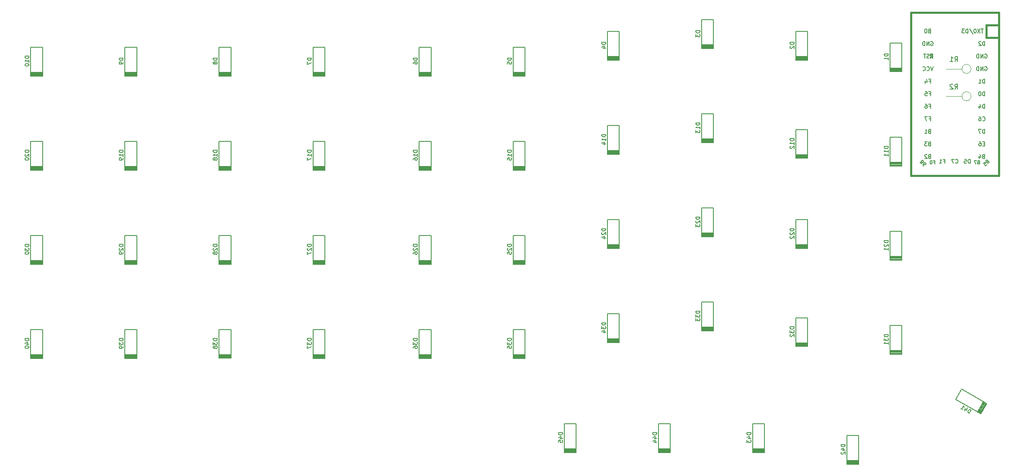
<source format=gbr>
%TF.GenerationSoftware,KiCad,Pcbnew,(5.1.9-0-10_14)*%
%TF.CreationDate,2021-04-19T01:17:04-05:00*%
%TF.ProjectId,wren-left,7772656e-2d6c-4656-9674-2e6b69636164,rev?*%
%TF.SameCoordinates,Original*%
%TF.FileFunction,Legend,Bot*%
%TF.FilePolarity,Positive*%
%FSLAX46Y46*%
G04 Gerber Fmt 4.6, Leading zero omitted, Abs format (unit mm)*
G04 Created by KiCad (PCBNEW (5.1.9-0-10_14)) date 2021-04-19 01:17:04*
%MOMM*%
%LPD*%
G01*
G04 APERTURE LIST*
%ADD10C,0.120000*%
%ADD11C,0.200000*%
%ADD12C,0.381000*%
%ADD13C,0.150000*%
G04 APERTURE END LIST*
D10*
%TO.C,R2*%
X242745000Y-43656250D02*
X239585000Y-43656250D01*
X244585000Y-43656250D02*
G75*
G03*
X244585000Y-43656250I-920000J0D01*
G01*
%TO.C,R1*%
X242745000Y-38100000D02*
X239585000Y-38100000D01*
X244585000Y-38100000D02*
G75*
G03*
X244585000Y-38100000I-920000J0D01*
G01*
D11*
%TO.C,D45*%
X162312500Y-109912500D02*
X162312500Y-115712500D01*
X164712500Y-109912500D02*
X162312500Y-109912500D01*
X164712500Y-115712500D02*
X164712500Y-109912500D01*
X164712500Y-115637500D02*
X162312500Y-115637500D01*
X164712500Y-115512500D02*
X162312500Y-115512500D01*
X162312500Y-115737500D02*
X164712500Y-115737500D01*
X164712500Y-115337500D02*
X162312500Y-115337500D01*
X164712500Y-115162500D02*
X162312500Y-115162500D01*
X164712500Y-114987500D02*
X162312500Y-114987500D01*
%TO.C,D44*%
X181362500Y-109912500D02*
X181362500Y-115712500D01*
X183762500Y-109912500D02*
X181362500Y-109912500D01*
X183762500Y-115712500D02*
X183762500Y-109912500D01*
X183762500Y-115637500D02*
X181362500Y-115637500D01*
X183762500Y-115512500D02*
X181362500Y-115512500D01*
X181362500Y-115737500D02*
X183762500Y-115737500D01*
X183762500Y-115337500D02*
X181362500Y-115337500D01*
X183762500Y-115162500D02*
X181362500Y-115162500D01*
X183762500Y-114987500D02*
X181362500Y-114987500D01*
%TO.C,D43*%
X200412500Y-109912500D02*
X200412500Y-115712500D01*
X202812500Y-109912500D02*
X200412500Y-109912500D01*
X202812500Y-115712500D02*
X202812500Y-109912500D01*
X202812500Y-115637500D02*
X200412500Y-115637500D01*
X202812500Y-115512500D02*
X200412500Y-115512500D01*
X200412500Y-115737500D02*
X202812500Y-115737500D01*
X202812500Y-115337500D02*
X200412500Y-115337500D01*
X202812500Y-115162500D02*
X200412500Y-115162500D01*
X202812500Y-114987500D02*
X200412500Y-114987500D01*
%TO.C,D42*%
X219462500Y-112293750D02*
X219462500Y-118093750D01*
X221862500Y-112293750D02*
X219462500Y-112293750D01*
X221862500Y-118093750D02*
X221862500Y-112293750D01*
X221862500Y-118018750D02*
X219462500Y-118018750D01*
X221862500Y-117893750D02*
X219462500Y-117893750D01*
X219462500Y-118118750D02*
X221862500Y-118118750D01*
X221862500Y-117718750D02*
X219462500Y-117718750D01*
X221862500Y-117543750D02*
X219462500Y-117543750D01*
X221862500Y-117368750D02*
X219462500Y-117368750D01*
%TO.C,D41*%
X241513629Y-105017480D02*
X246536576Y-107917480D01*
X242713629Y-102939020D02*
X241513629Y-105017480D01*
X247736576Y-105839020D02*
X242713629Y-102939020D01*
X247671624Y-105801520D02*
X246471624Y-107879980D01*
X247563371Y-105739020D02*
X246363371Y-107817480D01*
X246558227Y-107929980D02*
X247758227Y-105851520D01*
X247411817Y-105651520D02*
X246211817Y-107729980D01*
X247260262Y-105564020D02*
X246060262Y-107642480D01*
X247108708Y-105476520D02*
X245908708Y-107554980D01*
%TO.C,D40*%
X54405500Y-90862500D02*
X54405500Y-96662500D01*
X56805500Y-90862500D02*
X54405500Y-90862500D01*
X56805500Y-96662500D02*
X56805500Y-90862500D01*
X56805500Y-96587500D02*
X54405500Y-96587500D01*
X56805500Y-96462500D02*
X54405500Y-96462500D01*
X54405500Y-96687500D02*
X56805500Y-96687500D01*
X56805500Y-96287500D02*
X54405500Y-96287500D01*
X56805500Y-96112500D02*
X54405500Y-96112500D01*
X56805500Y-95937500D02*
X54405500Y-95937500D01*
%TO.C,D39*%
X73449500Y-90862500D02*
X73449500Y-96662500D01*
X75849500Y-90862500D02*
X73449500Y-90862500D01*
X75849500Y-96662500D02*
X75849500Y-90862500D01*
X75849500Y-96587500D02*
X73449500Y-96587500D01*
X75849500Y-96462500D02*
X73449500Y-96462500D01*
X73449500Y-96687500D02*
X75849500Y-96687500D01*
X75849500Y-96287500D02*
X73449500Y-96287500D01*
X75849500Y-96112500D02*
X73449500Y-96112500D01*
X75849500Y-95937500D02*
X73449500Y-95937500D01*
%TO.C,D38*%
X92493500Y-90850000D02*
X92493500Y-96650000D01*
X94893500Y-90850000D02*
X92493500Y-90850000D01*
X94893500Y-96650000D02*
X94893500Y-90850000D01*
X94893500Y-96575000D02*
X92493500Y-96575000D01*
X94893500Y-96450000D02*
X92493500Y-96450000D01*
X92493500Y-96675000D02*
X94893500Y-96675000D01*
X94893500Y-96275000D02*
X92493500Y-96275000D01*
X94893500Y-96100000D02*
X92493500Y-96100000D01*
X94893500Y-95925000D02*
X92493500Y-95925000D01*
%TO.C,D37*%
X111537500Y-90862500D02*
X111537500Y-96662500D01*
X113937500Y-90862500D02*
X111537500Y-90862500D01*
X113937500Y-96662500D02*
X113937500Y-90862500D01*
X113937500Y-96587500D02*
X111537500Y-96587500D01*
X113937500Y-96462500D02*
X111537500Y-96462500D01*
X111537500Y-96687500D02*
X113937500Y-96687500D01*
X113937500Y-96287500D02*
X111537500Y-96287500D01*
X113937500Y-96112500D02*
X111537500Y-96112500D01*
X113937500Y-95937500D02*
X111537500Y-95937500D01*
%TO.C,D36*%
X132962000Y-90862500D02*
X132962000Y-96662500D01*
X135362000Y-90862500D02*
X132962000Y-90862500D01*
X135362000Y-96662500D02*
X135362000Y-90862500D01*
X135362000Y-96587500D02*
X132962000Y-96587500D01*
X135362000Y-96462500D02*
X132962000Y-96462500D01*
X132962000Y-96687500D02*
X135362000Y-96687500D01*
X135362000Y-96287500D02*
X132962000Y-96287500D01*
X135362000Y-96112500D02*
X132962000Y-96112500D01*
X135362000Y-95937500D02*
X132962000Y-95937500D01*
%TO.C,D35*%
X152006000Y-90862500D02*
X152006000Y-96662500D01*
X154406000Y-90862500D02*
X152006000Y-90862500D01*
X154406000Y-96662500D02*
X154406000Y-90862500D01*
X154406000Y-96587500D02*
X152006000Y-96587500D01*
X154406000Y-96462500D02*
X152006000Y-96462500D01*
X152006000Y-96687500D02*
X154406000Y-96687500D01*
X154406000Y-96287500D02*
X152006000Y-96287500D01*
X154406000Y-96112500D02*
X152006000Y-96112500D01*
X154406000Y-95937500D02*
X152006000Y-95937500D01*
%TO.C,D34*%
X171050000Y-87687500D02*
X171050000Y-93487500D01*
X173450000Y-87687500D02*
X171050000Y-87687500D01*
X173450000Y-93487500D02*
X173450000Y-87687500D01*
X173450000Y-93412500D02*
X171050000Y-93412500D01*
X173450000Y-93287500D02*
X171050000Y-93287500D01*
X171050000Y-93512500D02*
X173450000Y-93512500D01*
X173450000Y-93112500D02*
X171050000Y-93112500D01*
X173450000Y-92937500D02*
X171050000Y-92937500D01*
X173450000Y-92762500D02*
X171050000Y-92762500D01*
%TO.C,D33*%
X190094000Y-85306250D02*
X190094000Y-91106250D01*
X192494000Y-85306250D02*
X190094000Y-85306250D01*
X192494000Y-91106250D02*
X192494000Y-85306250D01*
X192494000Y-91031250D02*
X190094000Y-91031250D01*
X192494000Y-90906250D02*
X190094000Y-90906250D01*
X190094000Y-91131250D02*
X192494000Y-91131250D01*
X192494000Y-90731250D02*
X190094000Y-90731250D01*
X192494000Y-90556250D02*
X190094000Y-90556250D01*
X192494000Y-90381250D02*
X190094000Y-90381250D01*
%TO.C,D32*%
X209138000Y-88481250D02*
X209138000Y-94281250D01*
X211538000Y-88481250D02*
X209138000Y-88481250D01*
X211538000Y-94281250D02*
X211538000Y-88481250D01*
X211538000Y-94206250D02*
X209138000Y-94206250D01*
X211538000Y-94081250D02*
X209138000Y-94081250D01*
X209138000Y-94306250D02*
X211538000Y-94306250D01*
X211538000Y-93906250D02*
X209138000Y-93906250D01*
X211538000Y-93731250D02*
X209138000Y-93731250D01*
X211538000Y-93556250D02*
X209138000Y-93556250D01*
%TO.C,D31*%
X228182000Y-90068750D02*
X228182000Y-95868750D01*
X230582000Y-90068750D02*
X228182000Y-90068750D01*
X230582000Y-95868750D02*
X230582000Y-90068750D01*
X230582000Y-95793750D02*
X228182000Y-95793750D01*
X230582000Y-95668750D02*
X228182000Y-95668750D01*
X228182000Y-95893750D02*
X230582000Y-95893750D01*
X230582000Y-95493750D02*
X228182000Y-95493750D01*
X230582000Y-95318750D02*
X228182000Y-95318750D01*
X230582000Y-95143750D02*
X228182000Y-95143750D01*
%TO.C,D30*%
X54405500Y-71812500D02*
X54405500Y-77612500D01*
X56805500Y-71812500D02*
X54405500Y-71812500D01*
X56805500Y-77612500D02*
X56805500Y-71812500D01*
X56805500Y-77537500D02*
X54405500Y-77537500D01*
X56805500Y-77412500D02*
X54405500Y-77412500D01*
X54405500Y-77637500D02*
X56805500Y-77637500D01*
X56805500Y-77237500D02*
X54405500Y-77237500D01*
X56805500Y-77062500D02*
X54405500Y-77062500D01*
X56805500Y-76887500D02*
X54405500Y-76887500D01*
%TO.C,D29*%
X73449500Y-71812500D02*
X73449500Y-77612500D01*
X75849500Y-71812500D02*
X73449500Y-71812500D01*
X75849500Y-77612500D02*
X75849500Y-71812500D01*
X75849500Y-77537500D02*
X73449500Y-77537500D01*
X75849500Y-77412500D02*
X73449500Y-77412500D01*
X73449500Y-77637500D02*
X75849500Y-77637500D01*
X75849500Y-77237500D02*
X73449500Y-77237500D01*
X75849500Y-77062500D02*
X73449500Y-77062500D01*
X75849500Y-76887500D02*
X73449500Y-76887500D01*
%TO.C,D28*%
X92493500Y-71812500D02*
X92493500Y-77612500D01*
X94893500Y-71812500D02*
X92493500Y-71812500D01*
X94893500Y-77612500D02*
X94893500Y-71812500D01*
X94893500Y-77537500D02*
X92493500Y-77537500D01*
X94893500Y-77412500D02*
X92493500Y-77412500D01*
X92493500Y-77637500D02*
X94893500Y-77637500D01*
X94893500Y-77237500D02*
X92493500Y-77237500D01*
X94893500Y-77062500D02*
X92493500Y-77062500D01*
X94893500Y-76887500D02*
X92493500Y-76887500D01*
%TO.C,D27*%
X111537500Y-71812500D02*
X111537500Y-77612500D01*
X113937500Y-71812500D02*
X111537500Y-71812500D01*
X113937500Y-77612500D02*
X113937500Y-71812500D01*
X113937500Y-77537500D02*
X111537500Y-77537500D01*
X113937500Y-77412500D02*
X111537500Y-77412500D01*
X111537500Y-77637500D02*
X113937500Y-77637500D01*
X113937500Y-77237500D02*
X111537500Y-77237500D01*
X113937500Y-77062500D02*
X111537500Y-77062500D01*
X113937500Y-76887500D02*
X111537500Y-76887500D01*
%TO.C,D26*%
X132962000Y-71812500D02*
X132962000Y-77612500D01*
X135362000Y-71812500D02*
X132962000Y-71812500D01*
X135362000Y-77612500D02*
X135362000Y-71812500D01*
X135362000Y-77537500D02*
X132962000Y-77537500D01*
X135362000Y-77412500D02*
X132962000Y-77412500D01*
X132962000Y-77637500D02*
X135362000Y-77637500D01*
X135362000Y-77237500D02*
X132962000Y-77237500D01*
X135362000Y-77062500D02*
X132962000Y-77062500D01*
X135362000Y-76887500D02*
X132962000Y-76887500D01*
%TO.C,D25*%
X152006000Y-71812500D02*
X152006000Y-77612500D01*
X154406000Y-71812500D02*
X152006000Y-71812500D01*
X154406000Y-77612500D02*
X154406000Y-71812500D01*
X154406000Y-77537500D02*
X152006000Y-77537500D01*
X154406000Y-77412500D02*
X152006000Y-77412500D01*
X152006000Y-77637500D02*
X154406000Y-77637500D01*
X154406000Y-77237500D02*
X152006000Y-77237500D01*
X154406000Y-77062500D02*
X152006000Y-77062500D01*
X154406000Y-76887500D02*
X152006000Y-76887500D01*
%TO.C,D24*%
X171050000Y-68637500D02*
X171050000Y-74437500D01*
X173450000Y-68637500D02*
X171050000Y-68637500D01*
X173450000Y-74437500D02*
X173450000Y-68637500D01*
X173450000Y-74362500D02*
X171050000Y-74362500D01*
X173450000Y-74237500D02*
X171050000Y-74237500D01*
X171050000Y-74462500D02*
X173450000Y-74462500D01*
X173450000Y-74062500D02*
X171050000Y-74062500D01*
X173450000Y-73887500D02*
X171050000Y-73887500D01*
X173450000Y-73712500D02*
X171050000Y-73712500D01*
%TO.C,D23*%
X190094000Y-66256250D02*
X190094000Y-72056250D01*
X192494000Y-66256250D02*
X190094000Y-66256250D01*
X192494000Y-72056250D02*
X192494000Y-66256250D01*
X192494000Y-71981250D02*
X190094000Y-71981250D01*
X192494000Y-71856250D02*
X190094000Y-71856250D01*
X190094000Y-72081250D02*
X192494000Y-72081250D01*
X192494000Y-71681250D02*
X190094000Y-71681250D01*
X192494000Y-71506250D02*
X190094000Y-71506250D01*
X192494000Y-71331250D02*
X190094000Y-71331250D01*
%TO.C,D22*%
X209138000Y-68637500D02*
X209138000Y-74437500D01*
X211538000Y-68637500D02*
X209138000Y-68637500D01*
X211538000Y-74437500D02*
X211538000Y-68637500D01*
X211538000Y-74362500D02*
X209138000Y-74362500D01*
X211538000Y-74237500D02*
X209138000Y-74237500D01*
X209138000Y-74462500D02*
X211538000Y-74462500D01*
X211538000Y-74062500D02*
X209138000Y-74062500D01*
X211538000Y-73887500D02*
X209138000Y-73887500D01*
X211538000Y-73712500D02*
X209138000Y-73712500D01*
%TO.C,D21*%
X228182000Y-71018750D02*
X228182000Y-76818750D01*
X230582000Y-71018750D02*
X228182000Y-71018750D01*
X230582000Y-76818750D02*
X230582000Y-71018750D01*
X230582000Y-76743750D02*
X228182000Y-76743750D01*
X230582000Y-76618750D02*
X228182000Y-76618750D01*
X228182000Y-76843750D02*
X230582000Y-76843750D01*
X230582000Y-76443750D02*
X228182000Y-76443750D01*
X230582000Y-76268750D02*
X228182000Y-76268750D01*
X230582000Y-76093750D02*
X228182000Y-76093750D01*
%TO.C,D20*%
X54405500Y-52762500D02*
X54405500Y-58562500D01*
X56805500Y-52762500D02*
X54405500Y-52762500D01*
X56805500Y-58562500D02*
X56805500Y-52762500D01*
X56805500Y-58487500D02*
X54405500Y-58487500D01*
X56805500Y-58362500D02*
X54405500Y-58362500D01*
X54405500Y-58587500D02*
X56805500Y-58587500D01*
X56805500Y-58187500D02*
X54405500Y-58187500D01*
X56805500Y-58012500D02*
X54405500Y-58012500D01*
X56805500Y-57837500D02*
X54405500Y-57837500D01*
%TO.C,D19*%
X73449500Y-52762500D02*
X73449500Y-58562500D01*
X75849500Y-52762500D02*
X73449500Y-52762500D01*
X75849500Y-58562500D02*
X75849500Y-52762500D01*
X75849500Y-58487500D02*
X73449500Y-58487500D01*
X75849500Y-58362500D02*
X73449500Y-58362500D01*
X73449500Y-58587500D02*
X75849500Y-58587500D01*
X75849500Y-58187500D02*
X73449500Y-58187500D01*
X75849500Y-58012500D02*
X73449500Y-58012500D01*
X75849500Y-57837500D02*
X73449500Y-57837500D01*
%TO.C,D18*%
X92493500Y-52762500D02*
X92493500Y-58562500D01*
X94893500Y-52762500D02*
X92493500Y-52762500D01*
X94893500Y-58562500D02*
X94893500Y-52762500D01*
X94893500Y-58487500D02*
X92493500Y-58487500D01*
X94893500Y-58362500D02*
X92493500Y-58362500D01*
X92493500Y-58587500D02*
X94893500Y-58587500D01*
X94893500Y-58187500D02*
X92493500Y-58187500D01*
X94893500Y-58012500D02*
X92493500Y-58012500D01*
X94893500Y-57837500D02*
X92493500Y-57837500D01*
%TO.C,D17*%
X111537500Y-52762500D02*
X111537500Y-58562500D01*
X113937500Y-52762500D02*
X111537500Y-52762500D01*
X113937500Y-58562500D02*
X113937500Y-52762500D01*
X113937500Y-58487500D02*
X111537500Y-58487500D01*
X113937500Y-58362500D02*
X111537500Y-58362500D01*
X111537500Y-58587500D02*
X113937500Y-58587500D01*
X113937500Y-58187500D02*
X111537500Y-58187500D01*
X113937500Y-58012500D02*
X111537500Y-58012500D01*
X113937500Y-57837500D02*
X111537500Y-57837500D01*
%TO.C,D16*%
X132962000Y-52762500D02*
X132962000Y-58562500D01*
X135362000Y-52762500D02*
X132962000Y-52762500D01*
X135362000Y-58562500D02*
X135362000Y-52762500D01*
X135362000Y-58487500D02*
X132962000Y-58487500D01*
X135362000Y-58362500D02*
X132962000Y-58362500D01*
X132962000Y-58587500D02*
X135362000Y-58587500D01*
X135362000Y-58187500D02*
X132962000Y-58187500D01*
X135362000Y-58012500D02*
X132962000Y-58012500D01*
X135362000Y-57837500D02*
X132962000Y-57837500D01*
%TO.C,D15*%
X152006000Y-52762500D02*
X152006000Y-58562500D01*
X154406000Y-52762500D02*
X152006000Y-52762500D01*
X154406000Y-58562500D02*
X154406000Y-52762500D01*
X154406000Y-58487500D02*
X152006000Y-58487500D01*
X154406000Y-58362500D02*
X152006000Y-58362500D01*
X152006000Y-58587500D02*
X154406000Y-58587500D01*
X154406000Y-58187500D02*
X152006000Y-58187500D01*
X154406000Y-58012500D02*
X152006000Y-58012500D01*
X154406000Y-57837500D02*
X152006000Y-57837500D01*
%TO.C,D14*%
X171050000Y-49587500D02*
X171050000Y-55387500D01*
X173450000Y-49587500D02*
X171050000Y-49587500D01*
X173450000Y-55387500D02*
X173450000Y-49587500D01*
X173450000Y-55312500D02*
X171050000Y-55312500D01*
X173450000Y-55187500D02*
X171050000Y-55187500D01*
X171050000Y-55412500D02*
X173450000Y-55412500D01*
X173450000Y-55012500D02*
X171050000Y-55012500D01*
X173450000Y-54837500D02*
X171050000Y-54837500D01*
X173450000Y-54662500D02*
X171050000Y-54662500D01*
%TO.C,D13*%
X190094000Y-47206250D02*
X190094000Y-53006250D01*
X192494000Y-47206250D02*
X190094000Y-47206250D01*
X192494000Y-53006250D02*
X192494000Y-47206250D01*
X192494000Y-52931250D02*
X190094000Y-52931250D01*
X192494000Y-52806250D02*
X190094000Y-52806250D01*
X190094000Y-53031250D02*
X192494000Y-53031250D01*
X192494000Y-52631250D02*
X190094000Y-52631250D01*
X192494000Y-52456250D02*
X190094000Y-52456250D01*
X192494000Y-52281250D02*
X190094000Y-52281250D01*
%TO.C,D12*%
X209138000Y-50381250D02*
X209138000Y-56181250D01*
X211538000Y-50381250D02*
X209138000Y-50381250D01*
X211538000Y-56181250D02*
X211538000Y-50381250D01*
X211538000Y-56106250D02*
X209138000Y-56106250D01*
X211538000Y-55981250D02*
X209138000Y-55981250D01*
X209138000Y-56206250D02*
X211538000Y-56206250D01*
X211538000Y-55806250D02*
X209138000Y-55806250D01*
X211538000Y-55631250D02*
X209138000Y-55631250D01*
X211538000Y-55456250D02*
X209138000Y-55456250D01*
%TO.C,D11*%
X228182000Y-51968750D02*
X228182000Y-57768750D01*
X230582000Y-51968750D02*
X228182000Y-51968750D01*
X230582000Y-57768750D02*
X230582000Y-51968750D01*
X230582000Y-57693750D02*
X228182000Y-57693750D01*
X230582000Y-57568750D02*
X228182000Y-57568750D01*
X228182000Y-57793750D02*
X230582000Y-57793750D01*
X230582000Y-57393750D02*
X228182000Y-57393750D01*
X230582000Y-57218750D02*
X228182000Y-57218750D01*
X230582000Y-57043750D02*
X228182000Y-57043750D01*
%TO.C,D10*%
X54405500Y-33712500D02*
X54405500Y-39512500D01*
X56805500Y-33712500D02*
X54405500Y-33712500D01*
X56805500Y-39512500D02*
X56805500Y-33712500D01*
X56805500Y-39437500D02*
X54405500Y-39437500D01*
X56805500Y-39312500D02*
X54405500Y-39312500D01*
X54405500Y-39537500D02*
X56805500Y-39537500D01*
X56805500Y-39137500D02*
X54405500Y-39137500D01*
X56805500Y-38962500D02*
X54405500Y-38962500D01*
X56805500Y-38787500D02*
X54405500Y-38787500D01*
%TO.C,D9*%
X73449500Y-33712500D02*
X73449500Y-39512500D01*
X75849500Y-33712500D02*
X73449500Y-33712500D01*
X75849500Y-39512500D02*
X75849500Y-33712500D01*
X75849500Y-39437500D02*
X73449500Y-39437500D01*
X75849500Y-39312500D02*
X73449500Y-39312500D01*
X73449500Y-39537500D02*
X75849500Y-39537500D01*
X75849500Y-39137500D02*
X73449500Y-39137500D01*
X75849500Y-38962500D02*
X73449500Y-38962500D01*
X75849500Y-38787500D02*
X73449500Y-38787500D01*
%TO.C,D8*%
X92493500Y-33712500D02*
X92493500Y-39512500D01*
X94893500Y-33712500D02*
X92493500Y-33712500D01*
X94893500Y-39512500D02*
X94893500Y-33712500D01*
X94893500Y-39437500D02*
X92493500Y-39437500D01*
X94893500Y-39312500D02*
X92493500Y-39312500D01*
X92493500Y-39537500D02*
X94893500Y-39537500D01*
X94893500Y-39137500D02*
X92493500Y-39137500D01*
X94893500Y-38962500D02*
X92493500Y-38962500D01*
X94893500Y-38787500D02*
X92493500Y-38787500D01*
%TO.C,D7*%
X111537500Y-33712500D02*
X111537500Y-39512500D01*
X113937500Y-33712500D02*
X111537500Y-33712500D01*
X113937500Y-39512500D02*
X113937500Y-33712500D01*
X113937500Y-39437500D02*
X111537500Y-39437500D01*
X113937500Y-39312500D02*
X111537500Y-39312500D01*
X111537500Y-39537500D02*
X113937500Y-39537500D01*
X113937500Y-39137500D02*
X111537500Y-39137500D01*
X113937500Y-38962500D02*
X111537500Y-38962500D01*
X113937500Y-38787500D02*
X111537500Y-38787500D01*
%TO.C,D6*%
X132962000Y-33712500D02*
X132962000Y-39512500D01*
X135362000Y-33712500D02*
X132962000Y-33712500D01*
X135362000Y-39512500D02*
X135362000Y-33712500D01*
X135362000Y-39437500D02*
X132962000Y-39437500D01*
X135362000Y-39312500D02*
X132962000Y-39312500D01*
X132962000Y-39537500D02*
X135362000Y-39537500D01*
X135362000Y-39137500D02*
X132962000Y-39137500D01*
X135362000Y-38962500D02*
X132962000Y-38962500D01*
X135362000Y-38787500D02*
X132962000Y-38787500D01*
%TO.C,D5*%
X152006000Y-33712500D02*
X152006000Y-39512500D01*
X154406000Y-33712500D02*
X152006000Y-33712500D01*
X154406000Y-39512500D02*
X154406000Y-33712500D01*
X154406000Y-39437500D02*
X152006000Y-39437500D01*
X154406000Y-39312500D02*
X152006000Y-39312500D01*
X152006000Y-39537500D02*
X154406000Y-39537500D01*
X154406000Y-39137500D02*
X152006000Y-39137500D01*
X154406000Y-38962500D02*
X152006000Y-38962500D01*
X154406000Y-38787500D02*
X152006000Y-38787500D01*
%TO.C,D4*%
X171050000Y-30537500D02*
X171050000Y-36337500D01*
X173450000Y-30537500D02*
X171050000Y-30537500D01*
X173450000Y-36337500D02*
X173450000Y-30537500D01*
X173450000Y-36262500D02*
X171050000Y-36262500D01*
X173450000Y-36137500D02*
X171050000Y-36137500D01*
X171050000Y-36362500D02*
X173450000Y-36362500D01*
X173450000Y-35962500D02*
X171050000Y-35962500D01*
X173450000Y-35787500D02*
X171050000Y-35787500D01*
X173450000Y-35612500D02*
X171050000Y-35612500D01*
%TO.C,D3*%
X190094000Y-28156250D02*
X190094000Y-33956250D01*
X192494000Y-28156250D02*
X190094000Y-28156250D01*
X192494000Y-33956250D02*
X192494000Y-28156250D01*
X192494000Y-33881250D02*
X190094000Y-33881250D01*
X192494000Y-33756250D02*
X190094000Y-33756250D01*
X190094000Y-33981250D02*
X192494000Y-33981250D01*
X192494000Y-33581250D02*
X190094000Y-33581250D01*
X192494000Y-33406250D02*
X190094000Y-33406250D01*
X192494000Y-33231250D02*
X190094000Y-33231250D01*
%TO.C,D2*%
X209138000Y-30537500D02*
X209138000Y-36337500D01*
X211538000Y-30537500D02*
X209138000Y-30537500D01*
X211538000Y-36337500D02*
X211538000Y-30537500D01*
X211538000Y-36262500D02*
X209138000Y-36262500D01*
X211538000Y-36137500D02*
X209138000Y-36137500D01*
X209138000Y-36362500D02*
X211538000Y-36362500D01*
X211538000Y-35962500D02*
X209138000Y-35962500D01*
X211538000Y-35787500D02*
X209138000Y-35787500D01*
X211538000Y-35612500D02*
X209138000Y-35612500D01*
%TO.C,D1*%
X228182000Y-32856250D02*
X228182000Y-38656250D01*
X230582000Y-32856250D02*
X228182000Y-32856250D01*
X230582000Y-38656250D02*
X230582000Y-32856250D01*
X230582000Y-38581250D02*
X228182000Y-38581250D01*
X230582000Y-38456250D02*
X228182000Y-38456250D01*
X228182000Y-38681250D02*
X230582000Y-38681250D01*
X230582000Y-38281250D02*
X228182000Y-38281250D01*
X230582000Y-38106250D02*
X228182000Y-38106250D01*
X230582000Y-37931250D02*
X228182000Y-37931250D01*
D12*
%TO.C,U1*%
X250190000Y-29210000D02*
X250190000Y-59690000D01*
X250190000Y-59690000D02*
X232410000Y-59690000D01*
X232410000Y-59690000D02*
X232410000Y-29210000D01*
X247650000Y-29210000D02*
X247650000Y-31750000D01*
X247650000Y-31750000D02*
X250190000Y-31750000D01*
D13*
G36*
X236368432Y-35089360D02*
G01*
X236368432Y-35389360D01*
X236468432Y-35389360D01*
X236468432Y-35089360D01*
X236368432Y-35089360D01*
G37*
X236368432Y-35089360D02*
X236368432Y-35389360D01*
X236468432Y-35389360D01*
X236468432Y-35089360D01*
X236368432Y-35089360D01*
G36*
X236568432Y-35489360D02*
G01*
X236568432Y-35589360D01*
X236668432Y-35589360D01*
X236668432Y-35489360D01*
X236568432Y-35489360D01*
G37*
X236568432Y-35489360D02*
X236568432Y-35589360D01*
X236668432Y-35589360D01*
X236668432Y-35489360D01*
X236568432Y-35489360D01*
G36*
X236368432Y-35089360D02*
G01*
X236368432Y-35189360D01*
X236868432Y-35189360D01*
X236868432Y-35089360D01*
X236368432Y-35089360D01*
G37*
X236368432Y-35089360D02*
X236368432Y-35189360D01*
X236868432Y-35189360D01*
X236868432Y-35089360D01*
X236368432Y-35089360D01*
G36*
X236768432Y-35089360D02*
G01*
X236768432Y-35889360D01*
X236868432Y-35889360D01*
X236868432Y-35089360D01*
X236768432Y-35089360D01*
G37*
X236768432Y-35089360D02*
X236768432Y-35889360D01*
X236868432Y-35889360D01*
X236868432Y-35089360D01*
X236768432Y-35089360D01*
G36*
X236368432Y-35689360D02*
G01*
X236368432Y-35889360D01*
X236468432Y-35889360D01*
X236468432Y-35689360D01*
X236368432Y-35689360D01*
G37*
X236368432Y-35689360D02*
X236368432Y-35889360D01*
X236468432Y-35889360D01*
X236468432Y-35689360D01*
X236368432Y-35689360D01*
D12*
X232410000Y-29210000D02*
X232410000Y-26670000D01*
X232410000Y-26670000D02*
X250190000Y-26670000D01*
X250190000Y-26670000D02*
X250190000Y-29210000D01*
X247650000Y-29210000D02*
X250190000Y-29210000D01*
%TO.C,R2*%
D13*
X241291666Y-42188630D02*
X241625000Y-41712440D01*
X241863095Y-42188630D02*
X241863095Y-41188630D01*
X241482142Y-41188630D01*
X241386904Y-41236250D01*
X241339285Y-41283869D01*
X241291666Y-41379107D01*
X241291666Y-41521964D01*
X241339285Y-41617202D01*
X241386904Y-41664821D01*
X241482142Y-41712440D01*
X241863095Y-41712440D01*
X240910714Y-41283869D02*
X240863095Y-41236250D01*
X240767857Y-41188630D01*
X240529761Y-41188630D01*
X240434523Y-41236250D01*
X240386904Y-41283869D01*
X240339285Y-41379107D01*
X240339285Y-41474345D01*
X240386904Y-41617202D01*
X240958333Y-42188630D01*
X240339285Y-42188630D01*
%TO.C,R1*%
X241291666Y-36632380D02*
X241625000Y-36156190D01*
X241863095Y-36632380D02*
X241863095Y-35632380D01*
X241482142Y-35632380D01*
X241386904Y-35680000D01*
X241339285Y-35727619D01*
X241291666Y-35822857D01*
X241291666Y-35965714D01*
X241339285Y-36060952D01*
X241386904Y-36108571D01*
X241482142Y-36156190D01*
X241863095Y-36156190D01*
X240339285Y-36632380D02*
X240910714Y-36632380D01*
X240625000Y-36632380D02*
X240625000Y-35632380D01*
X240720238Y-35775238D01*
X240815476Y-35870476D01*
X240910714Y-35918095D01*
%TO.C,D45*%
X161949404Y-111741071D02*
X161149404Y-111741071D01*
X161149404Y-111931547D01*
X161187500Y-112045833D01*
X161263690Y-112122023D01*
X161339880Y-112160119D01*
X161492261Y-112198214D01*
X161606547Y-112198214D01*
X161758928Y-112160119D01*
X161835119Y-112122023D01*
X161911309Y-112045833D01*
X161949404Y-111931547D01*
X161949404Y-111741071D01*
X161416071Y-112883928D02*
X161949404Y-112883928D01*
X161111309Y-112693452D02*
X161682738Y-112502976D01*
X161682738Y-112998214D01*
X161149404Y-113683928D02*
X161149404Y-113302976D01*
X161530357Y-113264880D01*
X161492261Y-113302976D01*
X161454166Y-113379166D01*
X161454166Y-113569642D01*
X161492261Y-113645833D01*
X161530357Y-113683928D01*
X161606547Y-113722023D01*
X161797023Y-113722023D01*
X161873214Y-113683928D01*
X161911309Y-113645833D01*
X161949404Y-113569642D01*
X161949404Y-113379166D01*
X161911309Y-113302976D01*
X161873214Y-113264880D01*
%TO.C,D44*%
X180999404Y-111741071D02*
X180199404Y-111741071D01*
X180199404Y-111931547D01*
X180237500Y-112045833D01*
X180313690Y-112122023D01*
X180389880Y-112160119D01*
X180542261Y-112198214D01*
X180656547Y-112198214D01*
X180808928Y-112160119D01*
X180885119Y-112122023D01*
X180961309Y-112045833D01*
X180999404Y-111931547D01*
X180999404Y-111741071D01*
X180466071Y-112883928D02*
X180999404Y-112883928D01*
X180161309Y-112693452D02*
X180732738Y-112502976D01*
X180732738Y-112998214D01*
X180466071Y-113645833D02*
X180999404Y-113645833D01*
X180161309Y-113455357D02*
X180732738Y-113264880D01*
X180732738Y-113760119D01*
%TO.C,D43*%
X200049404Y-111741071D02*
X199249404Y-111741071D01*
X199249404Y-111931547D01*
X199287500Y-112045833D01*
X199363690Y-112122023D01*
X199439880Y-112160119D01*
X199592261Y-112198214D01*
X199706547Y-112198214D01*
X199858928Y-112160119D01*
X199935119Y-112122023D01*
X200011309Y-112045833D01*
X200049404Y-111931547D01*
X200049404Y-111741071D01*
X199516071Y-112883928D02*
X200049404Y-112883928D01*
X199211309Y-112693452D02*
X199782738Y-112502976D01*
X199782738Y-112998214D01*
X199249404Y-113226785D02*
X199249404Y-113722023D01*
X199554166Y-113455357D01*
X199554166Y-113569642D01*
X199592261Y-113645833D01*
X199630357Y-113683928D01*
X199706547Y-113722023D01*
X199897023Y-113722023D01*
X199973214Y-113683928D01*
X200011309Y-113645833D01*
X200049404Y-113569642D01*
X200049404Y-113341071D01*
X200011309Y-113264880D01*
X199973214Y-113226785D01*
%TO.C,D42*%
X219099404Y-114122321D02*
X218299404Y-114122321D01*
X218299404Y-114312797D01*
X218337500Y-114427083D01*
X218413690Y-114503273D01*
X218489880Y-114541369D01*
X218642261Y-114579464D01*
X218756547Y-114579464D01*
X218908928Y-114541369D01*
X218985119Y-114503273D01*
X219061309Y-114427083D01*
X219099404Y-114312797D01*
X219099404Y-114122321D01*
X218566071Y-115265178D02*
X219099404Y-115265178D01*
X218261309Y-115074702D02*
X218832738Y-114884226D01*
X218832738Y-115379464D01*
X218375595Y-115646130D02*
X218337500Y-115684226D01*
X218299404Y-115760416D01*
X218299404Y-115950892D01*
X218337500Y-116027083D01*
X218375595Y-116065178D01*
X218451785Y-116103273D01*
X218527976Y-116103273D01*
X218642261Y-116065178D01*
X219099404Y-115608035D01*
X219099404Y-116103273D01*
%TO.C,D41*%
X244236329Y-107844482D02*
X244636329Y-107151661D01*
X244471372Y-107056423D01*
X244353350Y-107032272D01*
X244249272Y-107060159D01*
X244178185Y-107107095D01*
X244069003Y-107220013D01*
X244011860Y-107318987D01*
X243968661Y-107470000D01*
X243963557Y-107555031D01*
X243991445Y-107659109D01*
X244071372Y-107749243D01*
X244236329Y-107844482D01*
X243513252Y-106811173D02*
X243246586Y-107273053D01*
X243830590Y-106642479D02*
X243709833Y-107232589D01*
X243280945Y-106984970D01*
X242520774Y-106854005D02*
X242916671Y-107082577D01*
X242718723Y-106968291D02*
X243118723Y-106275471D01*
X243127563Y-106412540D01*
X243155450Y-106516618D01*
X243202385Y-106587705D01*
%TO.C,D40*%
X54042404Y-92691071D02*
X53242404Y-92691071D01*
X53242404Y-92881547D01*
X53280500Y-92995833D01*
X53356690Y-93072023D01*
X53432880Y-93110119D01*
X53585261Y-93148214D01*
X53699547Y-93148214D01*
X53851928Y-93110119D01*
X53928119Y-93072023D01*
X54004309Y-92995833D01*
X54042404Y-92881547D01*
X54042404Y-92691071D01*
X53509071Y-93833928D02*
X54042404Y-93833928D01*
X53204309Y-93643452D02*
X53775738Y-93452976D01*
X53775738Y-93948214D01*
X53242404Y-94405357D02*
X53242404Y-94481547D01*
X53280500Y-94557738D01*
X53318595Y-94595833D01*
X53394785Y-94633928D01*
X53547166Y-94672023D01*
X53737642Y-94672023D01*
X53890023Y-94633928D01*
X53966214Y-94595833D01*
X54004309Y-94557738D01*
X54042404Y-94481547D01*
X54042404Y-94405357D01*
X54004309Y-94329166D01*
X53966214Y-94291071D01*
X53890023Y-94252976D01*
X53737642Y-94214880D01*
X53547166Y-94214880D01*
X53394785Y-94252976D01*
X53318595Y-94291071D01*
X53280500Y-94329166D01*
X53242404Y-94405357D01*
%TO.C,D39*%
X73086404Y-92691071D02*
X72286404Y-92691071D01*
X72286404Y-92881547D01*
X72324500Y-92995833D01*
X72400690Y-93072023D01*
X72476880Y-93110119D01*
X72629261Y-93148214D01*
X72743547Y-93148214D01*
X72895928Y-93110119D01*
X72972119Y-93072023D01*
X73048309Y-92995833D01*
X73086404Y-92881547D01*
X73086404Y-92691071D01*
X72286404Y-93414880D02*
X72286404Y-93910119D01*
X72591166Y-93643452D01*
X72591166Y-93757738D01*
X72629261Y-93833928D01*
X72667357Y-93872023D01*
X72743547Y-93910119D01*
X72934023Y-93910119D01*
X73010214Y-93872023D01*
X73048309Y-93833928D01*
X73086404Y-93757738D01*
X73086404Y-93529166D01*
X73048309Y-93452976D01*
X73010214Y-93414880D01*
X73086404Y-94291071D02*
X73086404Y-94443452D01*
X73048309Y-94519642D01*
X73010214Y-94557738D01*
X72895928Y-94633928D01*
X72743547Y-94672023D01*
X72438785Y-94672023D01*
X72362595Y-94633928D01*
X72324500Y-94595833D01*
X72286404Y-94519642D01*
X72286404Y-94367261D01*
X72324500Y-94291071D01*
X72362595Y-94252976D01*
X72438785Y-94214880D01*
X72629261Y-94214880D01*
X72705452Y-94252976D01*
X72743547Y-94291071D01*
X72781642Y-94367261D01*
X72781642Y-94519642D01*
X72743547Y-94595833D01*
X72705452Y-94633928D01*
X72629261Y-94672023D01*
%TO.C,D38*%
X92130404Y-92678571D02*
X91330404Y-92678571D01*
X91330404Y-92869047D01*
X91368500Y-92983333D01*
X91444690Y-93059523D01*
X91520880Y-93097619D01*
X91673261Y-93135714D01*
X91787547Y-93135714D01*
X91939928Y-93097619D01*
X92016119Y-93059523D01*
X92092309Y-92983333D01*
X92130404Y-92869047D01*
X92130404Y-92678571D01*
X91330404Y-93402380D02*
X91330404Y-93897619D01*
X91635166Y-93630952D01*
X91635166Y-93745238D01*
X91673261Y-93821428D01*
X91711357Y-93859523D01*
X91787547Y-93897619D01*
X91978023Y-93897619D01*
X92054214Y-93859523D01*
X92092309Y-93821428D01*
X92130404Y-93745238D01*
X92130404Y-93516666D01*
X92092309Y-93440476D01*
X92054214Y-93402380D01*
X91673261Y-94354761D02*
X91635166Y-94278571D01*
X91597071Y-94240476D01*
X91520880Y-94202380D01*
X91482785Y-94202380D01*
X91406595Y-94240476D01*
X91368500Y-94278571D01*
X91330404Y-94354761D01*
X91330404Y-94507142D01*
X91368500Y-94583333D01*
X91406595Y-94621428D01*
X91482785Y-94659523D01*
X91520880Y-94659523D01*
X91597071Y-94621428D01*
X91635166Y-94583333D01*
X91673261Y-94507142D01*
X91673261Y-94354761D01*
X91711357Y-94278571D01*
X91749452Y-94240476D01*
X91825642Y-94202380D01*
X91978023Y-94202380D01*
X92054214Y-94240476D01*
X92092309Y-94278571D01*
X92130404Y-94354761D01*
X92130404Y-94507142D01*
X92092309Y-94583333D01*
X92054214Y-94621428D01*
X91978023Y-94659523D01*
X91825642Y-94659523D01*
X91749452Y-94621428D01*
X91711357Y-94583333D01*
X91673261Y-94507142D01*
%TO.C,D37*%
X111174404Y-92691071D02*
X110374404Y-92691071D01*
X110374404Y-92881547D01*
X110412500Y-92995833D01*
X110488690Y-93072023D01*
X110564880Y-93110119D01*
X110717261Y-93148214D01*
X110831547Y-93148214D01*
X110983928Y-93110119D01*
X111060119Y-93072023D01*
X111136309Y-92995833D01*
X111174404Y-92881547D01*
X111174404Y-92691071D01*
X110374404Y-93414880D02*
X110374404Y-93910119D01*
X110679166Y-93643452D01*
X110679166Y-93757738D01*
X110717261Y-93833928D01*
X110755357Y-93872023D01*
X110831547Y-93910119D01*
X111022023Y-93910119D01*
X111098214Y-93872023D01*
X111136309Y-93833928D01*
X111174404Y-93757738D01*
X111174404Y-93529166D01*
X111136309Y-93452976D01*
X111098214Y-93414880D01*
X110374404Y-94176785D02*
X110374404Y-94710119D01*
X111174404Y-94367261D01*
%TO.C,D36*%
X132598904Y-92691071D02*
X131798904Y-92691071D01*
X131798904Y-92881547D01*
X131837000Y-92995833D01*
X131913190Y-93072023D01*
X131989380Y-93110119D01*
X132141761Y-93148214D01*
X132256047Y-93148214D01*
X132408428Y-93110119D01*
X132484619Y-93072023D01*
X132560809Y-92995833D01*
X132598904Y-92881547D01*
X132598904Y-92691071D01*
X131798904Y-93414880D02*
X131798904Y-93910119D01*
X132103666Y-93643452D01*
X132103666Y-93757738D01*
X132141761Y-93833928D01*
X132179857Y-93872023D01*
X132256047Y-93910119D01*
X132446523Y-93910119D01*
X132522714Y-93872023D01*
X132560809Y-93833928D01*
X132598904Y-93757738D01*
X132598904Y-93529166D01*
X132560809Y-93452976D01*
X132522714Y-93414880D01*
X131798904Y-94595833D02*
X131798904Y-94443452D01*
X131837000Y-94367261D01*
X131875095Y-94329166D01*
X131989380Y-94252976D01*
X132141761Y-94214880D01*
X132446523Y-94214880D01*
X132522714Y-94252976D01*
X132560809Y-94291071D01*
X132598904Y-94367261D01*
X132598904Y-94519642D01*
X132560809Y-94595833D01*
X132522714Y-94633928D01*
X132446523Y-94672023D01*
X132256047Y-94672023D01*
X132179857Y-94633928D01*
X132141761Y-94595833D01*
X132103666Y-94519642D01*
X132103666Y-94367261D01*
X132141761Y-94291071D01*
X132179857Y-94252976D01*
X132256047Y-94214880D01*
%TO.C,D35*%
X151642904Y-92691071D02*
X150842904Y-92691071D01*
X150842904Y-92881547D01*
X150881000Y-92995833D01*
X150957190Y-93072023D01*
X151033380Y-93110119D01*
X151185761Y-93148214D01*
X151300047Y-93148214D01*
X151452428Y-93110119D01*
X151528619Y-93072023D01*
X151604809Y-92995833D01*
X151642904Y-92881547D01*
X151642904Y-92691071D01*
X150842904Y-93414880D02*
X150842904Y-93910119D01*
X151147666Y-93643452D01*
X151147666Y-93757738D01*
X151185761Y-93833928D01*
X151223857Y-93872023D01*
X151300047Y-93910119D01*
X151490523Y-93910119D01*
X151566714Y-93872023D01*
X151604809Y-93833928D01*
X151642904Y-93757738D01*
X151642904Y-93529166D01*
X151604809Y-93452976D01*
X151566714Y-93414880D01*
X150842904Y-94633928D02*
X150842904Y-94252976D01*
X151223857Y-94214880D01*
X151185761Y-94252976D01*
X151147666Y-94329166D01*
X151147666Y-94519642D01*
X151185761Y-94595833D01*
X151223857Y-94633928D01*
X151300047Y-94672023D01*
X151490523Y-94672023D01*
X151566714Y-94633928D01*
X151604809Y-94595833D01*
X151642904Y-94519642D01*
X151642904Y-94329166D01*
X151604809Y-94252976D01*
X151566714Y-94214880D01*
%TO.C,D34*%
X170686904Y-89516071D02*
X169886904Y-89516071D01*
X169886904Y-89706547D01*
X169925000Y-89820833D01*
X170001190Y-89897023D01*
X170077380Y-89935119D01*
X170229761Y-89973214D01*
X170344047Y-89973214D01*
X170496428Y-89935119D01*
X170572619Y-89897023D01*
X170648809Y-89820833D01*
X170686904Y-89706547D01*
X170686904Y-89516071D01*
X169886904Y-90239880D02*
X169886904Y-90735119D01*
X170191666Y-90468452D01*
X170191666Y-90582738D01*
X170229761Y-90658928D01*
X170267857Y-90697023D01*
X170344047Y-90735119D01*
X170534523Y-90735119D01*
X170610714Y-90697023D01*
X170648809Y-90658928D01*
X170686904Y-90582738D01*
X170686904Y-90354166D01*
X170648809Y-90277976D01*
X170610714Y-90239880D01*
X170153571Y-91420833D02*
X170686904Y-91420833D01*
X169848809Y-91230357D02*
X170420238Y-91039880D01*
X170420238Y-91535119D01*
%TO.C,D33*%
X189730904Y-87134821D02*
X188930904Y-87134821D01*
X188930904Y-87325297D01*
X188969000Y-87439583D01*
X189045190Y-87515773D01*
X189121380Y-87553869D01*
X189273761Y-87591964D01*
X189388047Y-87591964D01*
X189540428Y-87553869D01*
X189616619Y-87515773D01*
X189692809Y-87439583D01*
X189730904Y-87325297D01*
X189730904Y-87134821D01*
X188930904Y-87858630D02*
X188930904Y-88353869D01*
X189235666Y-88087202D01*
X189235666Y-88201488D01*
X189273761Y-88277678D01*
X189311857Y-88315773D01*
X189388047Y-88353869D01*
X189578523Y-88353869D01*
X189654714Y-88315773D01*
X189692809Y-88277678D01*
X189730904Y-88201488D01*
X189730904Y-87972916D01*
X189692809Y-87896726D01*
X189654714Y-87858630D01*
X188930904Y-88620535D02*
X188930904Y-89115773D01*
X189235666Y-88849107D01*
X189235666Y-88963392D01*
X189273761Y-89039583D01*
X189311857Y-89077678D01*
X189388047Y-89115773D01*
X189578523Y-89115773D01*
X189654714Y-89077678D01*
X189692809Y-89039583D01*
X189730904Y-88963392D01*
X189730904Y-88734821D01*
X189692809Y-88658630D01*
X189654714Y-88620535D01*
%TO.C,D32*%
X208774904Y-90309821D02*
X207974904Y-90309821D01*
X207974904Y-90500297D01*
X208013000Y-90614583D01*
X208089190Y-90690773D01*
X208165380Y-90728869D01*
X208317761Y-90766964D01*
X208432047Y-90766964D01*
X208584428Y-90728869D01*
X208660619Y-90690773D01*
X208736809Y-90614583D01*
X208774904Y-90500297D01*
X208774904Y-90309821D01*
X207974904Y-91033630D02*
X207974904Y-91528869D01*
X208279666Y-91262202D01*
X208279666Y-91376488D01*
X208317761Y-91452678D01*
X208355857Y-91490773D01*
X208432047Y-91528869D01*
X208622523Y-91528869D01*
X208698714Y-91490773D01*
X208736809Y-91452678D01*
X208774904Y-91376488D01*
X208774904Y-91147916D01*
X208736809Y-91071726D01*
X208698714Y-91033630D01*
X208051095Y-91833630D02*
X208013000Y-91871726D01*
X207974904Y-91947916D01*
X207974904Y-92138392D01*
X208013000Y-92214583D01*
X208051095Y-92252678D01*
X208127285Y-92290773D01*
X208203476Y-92290773D01*
X208317761Y-92252678D01*
X208774904Y-91795535D01*
X208774904Y-92290773D01*
%TO.C,D31*%
X227818904Y-91897321D02*
X227018904Y-91897321D01*
X227018904Y-92087797D01*
X227057000Y-92202083D01*
X227133190Y-92278273D01*
X227209380Y-92316369D01*
X227361761Y-92354464D01*
X227476047Y-92354464D01*
X227628428Y-92316369D01*
X227704619Y-92278273D01*
X227780809Y-92202083D01*
X227818904Y-92087797D01*
X227818904Y-91897321D01*
X227018904Y-92621130D02*
X227018904Y-93116369D01*
X227323666Y-92849702D01*
X227323666Y-92963988D01*
X227361761Y-93040178D01*
X227399857Y-93078273D01*
X227476047Y-93116369D01*
X227666523Y-93116369D01*
X227742714Y-93078273D01*
X227780809Y-93040178D01*
X227818904Y-92963988D01*
X227818904Y-92735416D01*
X227780809Y-92659226D01*
X227742714Y-92621130D01*
X227818904Y-93878273D02*
X227818904Y-93421130D01*
X227818904Y-93649702D02*
X227018904Y-93649702D01*
X227133190Y-93573511D01*
X227209380Y-93497321D01*
X227247476Y-93421130D01*
%TO.C,D30*%
X54042404Y-73641071D02*
X53242404Y-73641071D01*
X53242404Y-73831547D01*
X53280500Y-73945833D01*
X53356690Y-74022023D01*
X53432880Y-74060119D01*
X53585261Y-74098214D01*
X53699547Y-74098214D01*
X53851928Y-74060119D01*
X53928119Y-74022023D01*
X54004309Y-73945833D01*
X54042404Y-73831547D01*
X54042404Y-73641071D01*
X53242404Y-74364880D02*
X53242404Y-74860119D01*
X53547166Y-74593452D01*
X53547166Y-74707738D01*
X53585261Y-74783928D01*
X53623357Y-74822023D01*
X53699547Y-74860119D01*
X53890023Y-74860119D01*
X53966214Y-74822023D01*
X54004309Y-74783928D01*
X54042404Y-74707738D01*
X54042404Y-74479166D01*
X54004309Y-74402976D01*
X53966214Y-74364880D01*
X53242404Y-75355357D02*
X53242404Y-75431547D01*
X53280500Y-75507738D01*
X53318595Y-75545833D01*
X53394785Y-75583928D01*
X53547166Y-75622023D01*
X53737642Y-75622023D01*
X53890023Y-75583928D01*
X53966214Y-75545833D01*
X54004309Y-75507738D01*
X54042404Y-75431547D01*
X54042404Y-75355357D01*
X54004309Y-75279166D01*
X53966214Y-75241071D01*
X53890023Y-75202976D01*
X53737642Y-75164880D01*
X53547166Y-75164880D01*
X53394785Y-75202976D01*
X53318595Y-75241071D01*
X53280500Y-75279166D01*
X53242404Y-75355357D01*
%TO.C,D29*%
X73086404Y-73641071D02*
X72286404Y-73641071D01*
X72286404Y-73831547D01*
X72324500Y-73945833D01*
X72400690Y-74022023D01*
X72476880Y-74060119D01*
X72629261Y-74098214D01*
X72743547Y-74098214D01*
X72895928Y-74060119D01*
X72972119Y-74022023D01*
X73048309Y-73945833D01*
X73086404Y-73831547D01*
X73086404Y-73641071D01*
X72362595Y-74402976D02*
X72324500Y-74441071D01*
X72286404Y-74517261D01*
X72286404Y-74707738D01*
X72324500Y-74783928D01*
X72362595Y-74822023D01*
X72438785Y-74860119D01*
X72514976Y-74860119D01*
X72629261Y-74822023D01*
X73086404Y-74364880D01*
X73086404Y-74860119D01*
X73086404Y-75241071D02*
X73086404Y-75393452D01*
X73048309Y-75469642D01*
X73010214Y-75507738D01*
X72895928Y-75583928D01*
X72743547Y-75622023D01*
X72438785Y-75622023D01*
X72362595Y-75583928D01*
X72324500Y-75545833D01*
X72286404Y-75469642D01*
X72286404Y-75317261D01*
X72324500Y-75241071D01*
X72362595Y-75202976D01*
X72438785Y-75164880D01*
X72629261Y-75164880D01*
X72705452Y-75202976D01*
X72743547Y-75241071D01*
X72781642Y-75317261D01*
X72781642Y-75469642D01*
X72743547Y-75545833D01*
X72705452Y-75583928D01*
X72629261Y-75622023D01*
%TO.C,D28*%
X92130404Y-73641071D02*
X91330404Y-73641071D01*
X91330404Y-73831547D01*
X91368500Y-73945833D01*
X91444690Y-74022023D01*
X91520880Y-74060119D01*
X91673261Y-74098214D01*
X91787547Y-74098214D01*
X91939928Y-74060119D01*
X92016119Y-74022023D01*
X92092309Y-73945833D01*
X92130404Y-73831547D01*
X92130404Y-73641071D01*
X91406595Y-74402976D02*
X91368500Y-74441071D01*
X91330404Y-74517261D01*
X91330404Y-74707738D01*
X91368500Y-74783928D01*
X91406595Y-74822023D01*
X91482785Y-74860119D01*
X91558976Y-74860119D01*
X91673261Y-74822023D01*
X92130404Y-74364880D01*
X92130404Y-74860119D01*
X91673261Y-75317261D02*
X91635166Y-75241071D01*
X91597071Y-75202976D01*
X91520880Y-75164880D01*
X91482785Y-75164880D01*
X91406595Y-75202976D01*
X91368500Y-75241071D01*
X91330404Y-75317261D01*
X91330404Y-75469642D01*
X91368500Y-75545833D01*
X91406595Y-75583928D01*
X91482785Y-75622023D01*
X91520880Y-75622023D01*
X91597071Y-75583928D01*
X91635166Y-75545833D01*
X91673261Y-75469642D01*
X91673261Y-75317261D01*
X91711357Y-75241071D01*
X91749452Y-75202976D01*
X91825642Y-75164880D01*
X91978023Y-75164880D01*
X92054214Y-75202976D01*
X92092309Y-75241071D01*
X92130404Y-75317261D01*
X92130404Y-75469642D01*
X92092309Y-75545833D01*
X92054214Y-75583928D01*
X91978023Y-75622023D01*
X91825642Y-75622023D01*
X91749452Y-75583928D01*
X91711357Y-75545833D01*
X91673261Y-75469642D01*
%TO.C,D27*%
X111174404Y-73641071D02*
X110374404Y-73641071D01*
X110374404Y-73831547D01*
X110412500Y-73945833D01*
X110488690Y-74022023D01*
X110564880Y-74060119D01*
X110717261Y-74098214D01*
X110831547Y-74098214D01*
X110983928Y-74060119D01*
X111060119Y-74022023D01*
X111136309Y-73945833D01*
X111174404Y-73831547D01*
X111174404Y-73641071D01*
X110450595Y-74402976D02*
X110412500Y-74441071D01*
X110374404Y-74517261D01*
X110374404Y-74707738D01*
X110412500Y-74783928D01*
X110450595Y-74822023D01*
X110526785Y-74860119D01*
X110602976Y-74860119D01*
X110717261Y-74822023D01*
X111174404Y-74364880D01*
X111174404Y-74860119D01*
X110374404Y-75126785D02*
X110374404Y-75660119D01*
X111174404Y-75317261D01*
%TO.C,D26*%
X132598904Y-73641071D02*
X131798904Y-73641071D01*
X131798904Y-73831547D01*
X131837000Y-73945833D01*
X131913190Y-74022023D01*
X131989380Y-74060119D01*
X132141761Y-74098214D01*
X132256047Y-74098214D01*
X132408428Y-74060119D01*
X132484619Y-74022023D01*
X132560809Y-73945833D01*
X132598904Y-73831547D01*
X132598904Y-73641071D01*
X131875095Y-74402976D02*
X131837000Y-74441071D01*
X131798904Y-74517261D01*
X131798904Y-74707738D01*
X131837000Y-74783928D01*
X131875095Y-74822023D01*
X131951285Y-74860119D01*
X132027476Y-74860119D01*
X132141761Y-74822023D01*
X132598904Y-74364880D01*
X132598904Y-74860119D01*
X131798904Y-75545833D02*
X131798904Y-75393452D01*
X131837000Y-75317261D01*
X131875095Y-75279166D01*
X131989380Y-75202976D01*
X132141761Y-75164880D01*
X132446523Y-75164880D01*
X132522714Y-75202976D01*
X132560809Y-75241071D01*
X132598904Y-75317261D01*
X132598904Y-75469642D01*
X132560809Y-75545833D01*
X132522714Y-75583928D01*
X132446523Y-75622023D01*
X132256047Y-75622023D01*
X132179857Y-75583928D01*
X132141761Y-75545833D01*
X132103666Y-75469642D01*
X132103666Y-75317261D01*
X132141761Y-75241071D01*
X132179857Y-75202976D01*
X132256047Y-75164880D01*
%TO.C,D25*%
X151642904Y-73641071D02*
X150842904Y-73641071D01*
X150842904Y-73831547D01*
X150881000Y-73945833D01*
X150957190Y-74022023D01*
X151033380Y-74060119D01*
X151185761Y-74098214D01*
X151300047Y-74098214D01*
X151452428Y-74060119D01*
X151528619Y-74022023D01*
X151604809Y-73945833D01*
X151642904Y-73831547D01*
X151642904Y-73641071D01*
X150919095Y-74402976D02*
X150881000Y-74441071D01*
X150842904Y-74517261D01*
X150842904Y-74707738D01*
X150881000Y-74783928D01*
X150919095Y-74822023D01*
X150995285Y-74860119D01*
X151071476Y-74860119D01*
X151185761Y-74822023D01*
X151642904Y-74364880D01*
X151642904Y-74860119D01*
X150842904Y-75583928D02*
X150842904Y-75202976D01*
X151223857Y-75164880D01*
X151185761Y-75202976D01*
X151147666Y-75279166D01*
X151147666Y-75469642D01*
X151185761Y-75545833D01*
X151223857Y-75583928D01*
X151300047Y-75622023D01*
X151490523Y-75622023D01*
X151566714Y-75583928D01*
X151604809Y-75545833D01*
X151642904Y-75469642D01*
X151642904Y-75279166D01*
X151604809Y-75202976D01*
X151566714Y-75164880D01*
%TO.C,D24*%
X170686904Y-70466071D02*
X169886904Y-70466071D01*
X169886904Y-70656547D01*
X169925000Y-70770833D01*
X170001190Y-70847023D01*
X170077380Y-70885119D01*
X170229761Y-70923214D01*
X170344047Y-70923214D01*
X170496428Y-70885119D01*
X170572619Y-70847023D01*
X170648809Y-70770833D01*
X170686904Y-70656547D01*
X170686904Y-70466071D01*
X169963095Y-71227976D02*
X169925000Y-71266071D01*
X169886904Y-71342261D01*
X169886904Y-71532738D01*
X169925000Y-71608928D01*
X169963095Y-71647023D01*
X170039285Y-71685119D01*
X170115476Y-71685119D01*
X170229761Y-71647023D01*
X170686904Y-71189880D01*
X170686904Y-71685119D01*
X170153571Y-72370833D02*
X170686904Y-72370833D01*
X169848809Y-72180357D02*
X170420238Y-71989880D01*
X170420238Y-72485119D01*
%TO.C,D23*%
X189730904Y-68084821D02*
X188930904Y-68084821D01*
X188930904Y-68275297D01*
X188969000Y-68389583D01*
X189045190Y-68465773D01*
X189121380Y-68503869D01*
X189273761Y-68541964D01*
X189388047Y-68541964D01*
X189540428Y-68503869D01*
X189616619Y-68465773D01*
X189692809Y-68389583D01*
X189730904Y-68275297D01*
X189730904Y-68084821D01*
X189007095Y-68846726D02*
X188969000Y-68884821D01*
X188930904Y-68961011D01*
X188930904Y-69151488D01*
X188969000Y-69227678D01*
X189007095Y-69265773D01*
X189083285Y-69303869D01*
X189159476Y-69303869D01*
X189273761Y-69265773D01*
X189730904Y-68808630D01*
X189730904Y-69303869D01*
X188930904Y-69570535D02*
X188930904Y-70065773D01*
X189235666Y-69799107D01*
X189235666Y-69913392D01*
X189273761Y-69989583D01*
X189311857Y-70027678D01*
X189388047Y-70065773D01*
X189578523Y-70065773D01*
X189654714Y-70027678D01*
X189692809Y-69989583D01*
X189730904Y-69913392D01*
X189730904Y-69684821D01*
X189692809Y-69608630D01*
X189654714Y-69570535D01*
%TO.C,D22*%
X208774904Y-70466071D02*
X207974904Y-70466071D01*
X207974904Y-70656547D01*
X208013000Y-70770833D01*
X208089190Y-70847023D01*
X208165380Y-70885119D01*
X208317761Y-70923214D01*
X208432047Y-70923214D01*
X208584428Y-70885119D01*
X208660619Y-70847023D01*
X208736809Y-70770833D01*
X208774904Y-70656547D01*
X208774904Y-70466071D01*
X208051095Y-71227976D02*
X208013000Y-71266071D01*
X207974904Y-71342261D01*
X207974904Y-71532738D01*
X208013000Y-71608928D01*
X208051095Y-71647023D01*
X208127285Y-71685119D01*
X208203476Y-71685119D01*
X208317761Y-71647023D01*
X208774904Y-71189880D01*
X208774904Y-71685119D01*
X208051095Y-71989880D02*
X208013000Y-72027976D01*
X207974904Y-72104166D01*
X207974904Y-72294642D01*
X208013000Y-72370833D01*
X208051095Y-72408928D01*
X208127285Y-72447023D01*
X208203476Y-72447023D01*
X208317761Y-72408928D01*
X208774904Y-71951785D01*
X208774904Y-72447023D01*
%TO.C,D21*%
X227818904Y-72847321D02*
X227018904Y-72847321D01*
X227018904Y-73037797D01*
X227057000Y-73152083D01*
X227133190Y-73228273D01*
X227209380Y-73266369D01*
X227361761Y-73304464D01*
X227476047Y-73304464D01*
X227628428Y-73266369D01*
X227704619Y-73228273D01*
X227780809Y-73152083D01*
X227818904Y-73037797D01*
X227818904Y-72847321D01*
X227095095Y-73609226D02*
X227057000Y-73647321D01*
X227018904Y-73723511D01*
X227018904Y-73913988D01*
X227057000Y-73990178D01*
X227095095Y-74028273D01*
X227171285Y-74066369D01*
X227247476Y-74066369D01*
X227361761Y-74028273D01*
X227818904Y-73571130D01*
X227818904Y-74066369D01*
X227818904Y-74828273D02*
X227818904Y-74371130D01*
X227818904Y-74599702D02*
X227018904Y-74599702D01*
X227133190Y-74523511D01*
X227209380Y-74447321D01*
X227247476Y-74371130D01*
%TO.C,D20*%
X54042404Y-54591071D02*
X53242404Y-54591071D01*
X53242404Y-54781547D01*
X53280500Y-54895833D01*
X53356690Y-54972023D01*
X53432880Y-55010119D01*
X53585261Y-55048214D01*
X53699547Y-55048214D01*
X53851928Y-55010119D01*
X53928119Y-54972023D01*
X54004309Y-54895833D01*
X54042404Y-54781547D01*
X54042404Y-54591071D01*
X53318595Y-55352976D02*
X53280500Y-55391071D01*
X53242404Y-55467261D01*
X53242404Y-55657738D01*
X53280500Y-55733928D01*
X53318595Y-55772023D01*
X53394785Y-55810119D01*
X53470976Y-55810119D01*
X53585261Y-55772023D01*
X54042404Y-55314880D01*
X54042404Y-55810119D01*
X53242404Y-56305357D02*
X53242404Y-56381547D01*
X53280500Y-56457738D01*
X53318595Y-56495833D01*
X53394785Y-56533928D01*
X53547166Y-56572023D01*
X53737642Y-56572023D01*
X53890023Y-56533928D01*
X53966214Y-56495833D01*
X54004309Y-56457738D01*
X54042404Y-56381547D01*
X54042404Y-56305357D01*
X54004309Y-56229166D01*
X53966214Y-56191071D01*
X53890023Y-56152976D01*
X53737642Y-56114880D01*
X53547166Y-56114880D01*
X53394785Y-56152976D01*
X53318595Y-56191071D01*
X53280500Y-56229166D01*
X53242404Y-56305357D01*
%TO.C,D19*%
X73086404Y-54591071D02*
X72286404Y-54591071D01*
X72286404Y-54781547D01*
X72324500Y-54895833D01*
X72400690Y-54972023D01*
X72476880Y-55010119D01*
X72629261Y-55048214D01*
X72743547Y-55048214D01*
X72895928Y-55010119D01*
X72972119Y-54972023D01*
X73048309Y-54895833D01*
X73086404Y-54781547D01*
X73086404Y-54591071D01*
X73086404Y-55810119D02*
X73086404Y-55352976D01*
X73086404Y-55581547D02*
X72286404Y-55581547D01*
X72400690Y-55505357D01*
X72476880Y-55429166D01*
X72514976Y-55352976D01*
X73086404Y-56191071D02*
X73086404Y-56343452D01*
X73048309Y-56419642D01*
X73010214Y-56457738D01*
X72895928Y-56533928D01*
X72743547Y-56572023D01*
X72438785Y-56572023D01*
X72362595Y-56533928D01*
X72324500Y-56495833D01*
X72286404Y-56419642D01*
X72286404Y-56267261D01*
X72324500Y-56191071D01*
X72362595Y-56152976D01*
X72438785Y-56114880D01*
X72629261Y-56114880D01*
X72705452Y-56152976D01*
X72743547Y-56191071D01*
X72781642Y-56267261D01*
X72781642Y-56419642D01*
X72743547Y-56495833D01*
X72705452Y-56533928D01*
X72629261Y-56572023D01*
%TO.C,D18*%
X92130404Y-54591071D02*
X91330404Y-54591071D01*
X91330404Y-54781547D01*
X91368500Y-54895833D01*
X91444690Y-54972023D01*
X91520880Y-55010119D01*
X91673261Y-55048214D01*
X91787547Y-55048214D01*
X91939928Y-55010119D01*
X92016119Y-54972023D01*
X92092309Y-54895833D01*
X92130404Y-54781547D01*
X92130404Y-54591071D01*
X92130404Y-55810119D02*
X92130404Y-55352976D01*
X92130404Y-55581547D02*
X91330404Y-55581547D01*
X91444690Y-55505357D01*
X91520880Y-55429166D01*
X91558976Y-55352976D01*
X91673261Y-56267261D02*
X91635166Y-56191071D01*
X91597071Y-56152976D01*
X91520880Y-56114880D01*
X91482785Y-56114880D01*
X91406595Y-56152976D01*
X91368500Y-56191071D01*
X91330404Y-56267261D01*
X91330404Y-56419642D01*
X91368500Y-56495833D01*
X91406595Y-56533928D01*
X91482785Y-56572023D01*
X91520880Y-56572023D01*
X91597071Y-56533928D01*
X91635166Y-56495833D01*
X91673261Y-56419642D01*
X91673261Y-56267261D01*
X91711357Y-56191071D01*
X91749452Y-56152976D01*
X91825642Y-56114880D01*
X91978023Y-56114880D01*
X92054214Y-56152976D01*
X92092309Y-56191071D01*
X92130404Y-56267261D01*
X92130404Y-56419642D01*
X92092309Y-56495833D01*
X92054214Y-56533928D01*
X91978023Y-56572023D01*
X91825642Y-56572023D01*
X91749452Y-56533928D01*
X91711357Y-56495833D01*
X91673261Y-56419642D01*
%TO.C,D17*%
X111174404Y-54591071D02*
X110374404Y-54591071D01*
X110374404Y-54781547D01*
X110412500Y-54895833D01*
X110488690Y-54972023D01*
X110564880Y-55010119D01*
X110717261Y-55048214D01*
X110831547Y-55048214D01*
X110983928Y-55010119D01*
X111060119Y-54972023D01*
X111136309Y-54895833D01*
X111174404Y-54781547D01*
X111174404Y-54591071D01*
X111174404Y-55810119D02*
X111174404Y-55352976D01*
X111174404Y-55581547D02*
X110374404Y-55581547D01*
X110488690Y-55505357D01*
X110564880Y-55429166D01*
X110602976Y-55352976D01*
X110374404Y-56076785D02*
X110374404Y-56610119D01*
X111174404Y-56267261D01*
%TO.C,D16*%
X132598904Y-54591071D02*
X131798904Y-54591071D01*
X131798904Y-54781547D01*
X131837000Y-54895833D01*
X131913190Y-54972023D01*
X131989380Y-55010119D01*
X132141761Y-55048214D01*
X132256047Y-55048214D01*
X132408428Y-55010119D01*
X132484619Y-54972023D01*
X132560809Y-54895833D01*
X132598904Y-54781547D01*
X132598904Y-54591071D01*
X132598904Y-55810119D02*
X132598904Y-55352976D01*
X132598904Y-55581547D02*
X131798904Y-55581547D01*
X131913190Y-55505357D01*
X131989380Y-55429166D01*
X132027476Y-55352976D01*
X131798904Y-56495833D02*
X131798904Y-56343452D01*
X131837000Y-56267261D01*
X131875095Y-56229166D01*
X131989380Y-56152976D01*
X132141761Y-56114880D01*
X132446523Y-56114880D01*
X132522714Y-56152976D01*
X132560809Y-56191071D01*
X132598904Y-56267261D01*
X132598904Y-56419642D01*
X132560809Y-56495833D01*
X132522714Y-56533928D01*
X132446523Y-56572023D01*
X132256047Y-56572023D01*
X132179857Y-56533928D01*
X132141761Y-56495833D01*
X132103666Y-56419642D01*
X132103666Y-56267261D01*
X132141761Y-56191071D01*
X132179857Y-56152976D01*
X132256047Y-56114880D01*
%TO.C,D15*%
X151642904Y-54591071D02*
X150842904Y-54591071D01*
X150842904Y-54781547D01*
X150881000Y-54895833D01*
X150957190Y-54972023D01*
X151033380Y-55010119D01*
X151185761Y-55048214D01*
X151300047Y-55048214D01*
X151452428Y-55010119D01*
X151528619Y-54972023D01*
X151604809Y-54895833D01*
X151642904Y-54781547D01*
X151642904Y-54591071D01*
X151642904Y-55810119D02*
X151642904Y-55352976D01*
X151642904Y-55581547D02*
X150842904Y-55581547D01*
X150957190Y-55505357D01*
X151033380Y-55429166D01*
X151071476Y-55352976D01*
X150842904Y-56533928D02*
X150842904Y-56152976D01*
X151223857Y-56114880D01*
X151185761Y-56152976D01*
X151147666Y-56229166D01*
X151147666Y-56419642D01*
X151185761Y-56495833D01*
X151223857Y-56533928D01*
X151300047Y-56572023D01*
X151490523Y-56572023D01*
X151566714Y-56533928D01*
X151604809Y-56495833D01*
X151642904Y-56419642D01*
X151642904Y-56229166D01*
X151604809Y-56152976D01*
X151566714Y-56114880D01*
%TO.C,D14*%
X170686904Y-51416071D02*
X169886904Y-51416071D01*
X169886904Y-51606547D01*
X169925000Y-51720833D01*
X170001190Y-51797023D01*
X170077380Y-51835119D01*
X170229761Y-51873214D01*
X170344047Y-51873214D01*
X170496428Y-51835119D01*
X170572619Y-51797023D01*
X170648809Y-51720833D01*
X170686904Y-51606547D01*
X170686904Y-51416071D01*
X170686904Y-52635119D02*
X170686904Y-52177976D01*
X170686904Y-52406547D02*
X169886904Y-52406547D01*
X170001190Y-52330357D01*
X170077380Y-52254166D01*
X170115476Y-52177976D01*
X170153571Y-53320833D02*
X170686904Y-53320833D01*
X169848809Y-53130357D02*
X170420238Y-52939880D01*
X170420238Y-53435119D01*
%TO.C,D13*%
X189730904Y-49034821D02*
X188930904Y-49034821D01*
X188930904Y-49225297D01*
X188969000Y-49339583D01*
X189045190Y-49415773D01*
X189121380Y-49453869D01*
X189273761Y-49491964D01*
X189388047Y-49491964D01*
X189540428Y-49453869D01*
X189616619Y-49415773D01*
X189692809Y-49339583D01*
X189730904Y-49225297D01*
X189730904Y-49034821D01*
X189730904Y-50253869D02*
X189730904Y-49796726D01*
X189730904Y-50025297D02*
X188930904Y-50025297D01*
X189045190Y-49949107D01*
X189121380Y-49872916D01*
X189159476Y-49796726D01*
X188930904Y-50520535D02*
X188930904Y-51015773D01*
X189235666Y-50749107D01*
X189235666Y-50863392D01*
X189273761Y-50939583D01*
X189311857Y-50977678D01*
X189388047Y-51015773D01*
X189578523Y-51015773D01*
X189654714Y-50977678D01*
X189692809Y-50939583D01*
X189730904Y-50863392D01*
X189730904Y-50634821D01*
X189692809Y-50558630D01*
X189654714Y-50520535D01*
%TO.C,D12*%
X208774904Y-52209821D02*
X207974904Y-52209821D01*
X207974904Y-52400297D01*
X208013000Y-52514583D01*
X208089190Y-52590773D01*
X208165380Y-52628869D01*
X208317761Y-52666964D01*
X208432047Y-52666964D01*
X208584428Y-52628869D01*
X208660619Y-52590773D01*
X208736809Y-52514583D01*
X208774904Y-52400297D01*
X208774904Y-52209821D01*
X208774904Y-53428869D02*
X208774904Y-52971726D01*
X208774904Y-53200297D02*
X207974904Y-53200297D01*
X208089190Y-53124107D01*
X208165380Y-53047916D01*
X208203476Y-52971726D01*
X208051095Y-53733630D02*
X208013000Y-53771726D01*
X207974904Y-53847916D01*
X207974904Y-54038392D01*
X208013000Y-54114583D01*
X208051095Y-54152678D01*
X208127285Y-54190773D01*
X208203476Y-54190773D01*
X208317761Y-54152678D01*
X208774904Y-53695535D01*
X208774904Y-54190773D01*
%TO.C,D11*%
X227818904Y-53797321D02*
X227018904Y-53797321D01*
X227018904Y-53987797D01*
X227057000Y-54102083D01*
X227133190Y-54178273D01*
X227209380Y-54216369D01*
X227361761Y-54254464D01*
X227476047Y-54254464D01*
X227628428Y-54216369D01*
X227704619Y-54178273D01*
X227780809Y-54102083D01*
X227818904Y-53987797D01*
X227818904Y-53797321D01*
X227818904Y-55016369D02*
X227818904Y-54559226D01*
X227818904Y-54787797D02*
X227018904Y-54787797D01*
X227133190Y-54711607D01*
X227209380Y-54635416D01*
X227247476Y-54559226D01*
X227818904Y-55778273D02*
X227818904Y-55321130D01*
X227818904Y-55549702D02*
X227018904Y-55549702D01*
X227133190Y-55473511D01*
X227209380Y-55397321D01*
X227247476Y-55321130D01*
%TO.C,D10*%
X54042404Y-35541071D02*
X53242404Y-35541071D01*
X53242404Y-35731547D01*
X53280500Y-35845833D01*
X53356690Y-35922023D01*
X53432880Y-35960119D01*
X53585261Y-35998214D01*
X53699547Y-35998214D01*
X53851928Y-35960119D01*
X53928119Y-35922023D01*
X54004309Y-35845833D01*
X54042404Y-35731547D01*
X54042404Y-35541071D01*
X54042404Y-36760119D02*
X54042404Y-36302976D01*
X54042404Y-36531547D02*
X53242404Y-36531547D01*
X53356690Y-36455357D01*
X53432880Y-36379166D01*
X53470976Y-36302976D01*
X53242404Y-37255357D02*
X53242404Y-37331547D01*
X53280500Y-37407738D01*
X53318595Y-37445833D01*
X53394785Y-37483928D01*
X53547166Y-37522023D01*
X53737642Y-37522023D01*
X53890023Y-37483928D01*
X53966214Y-37445833D01*
X54004309Y-37407738D01*
X54042404Y-37331547D01*
X54042404Y-37255357D01*
X54004309Y-37179166D01*
X53966214Y-37141071D01*
X53890023Y-37102976D01*
X53737642Y-37064880D01*
X53547166Y-37064880D01*
X53394785Y-37102976D01*
X53318595Y-37141071D01*
X53280500Y-37179166D01*
X53242404Y-37255357D01*
%TO.C,D9*%
X73086404Y-35922023D02*
X72286404Y-35922023D01*
X72286404Y-36112500D01*
X72324500Y-36226785D01*
X72400690Y-36302976D01*
X72476880Y-36341071D01*
X72629261Y-36379166D01*
X72743547Y-36379166D01*
X72895928Y-36341071D01*
X72972119Y-36302976D01*
X73048309Y-36226785D01*
X73086404Y-36112500D01*
X73086404Y-35922023D01*
X73086404Y-36760119D02*
X73086404Y-36912500D01*
X73048309Y-36988690D01*
X73010214Y-37026785D01*
X72895928Y-37102976D01*
X72743547Y-37141071D01*
X72438785Y-37141071D01*
X72362595Y-37102976D01*
X72324500Y-37064880D01*
X72286404Y-36988690D01*
X72286404Y-36836309D01*
X72324500Y-36760119D01*
X72362595Y-36722023D01*
X72438785Y-36683928D01*
X72629261Y-36683928D01*
X72705452Y-36722023D01*
X72743547Y-36760119D01*
X72781642Y-36836309D01*
X72781642Y-36988690D01*
X72743547Y-37064880D01*
X72705452Y-37102976D01*
X72629261Y-37141071D01*
%TO.C,D8*%
X92130404Y-35922023D02*
X91330404Y-35922023D01*
X91330404Y-36112500D01*
X91368500Y-36226785D01*
X91444690Y-36302976D01*
X91520880Y-36341071D01*
X91673261Y-36379166D01*
X91787547Y-36379166D01*
X91939928Y-36341071D01*
X92016119Y-36302976D01*
X92092309Y-36226785D01*
X92130404Y-36112500D01*
X92130404Y-35922023D01*
X91673261Y-36836309D02*
X91635166Y-36760119D01*
X91597071Y-36722023D01*
X91520880Y-36683928D01*
X91482785Y-36683928D01*
X91406595Y-36722023D01*
X91368500Y-36760119D01*
X91330404Y-36836309D01*
X91330404Y-36988690D01*
X91368500Y-37064880D01*
X91406595Y-37102976D01*
X91482785Y-37141071D01*
X91520880Y-37141071D01*
X91597071Y-37102976D01*
X91635166Y-37064880D01*
X91673261Y-36988690D01*
X91673261Y-36836309D01*
X91711357Y-36760119D01*
X91749452Y-36722023D01*
X91825642Y-36683928D01*
X91978023Y-36683928D01*
X92054214Y-36722023D01*
X92092309Y-36760119D01*
X92130404Y-36836309D01*
X92130404Y-36988690D01*
X92092309Y-37064880D01*
X92054214Y-37102976D01*
X91978023Y-37141071D01*
X91825642Y-37141071D01*
X91749452Y-37102976D01*
X91711357Y-37064880D01*
X91673261Y-36988690D01*
%TO.C,D7*%
X111174404Y-35922023D02*
X110374404Y-35922023D01*
X110374404Y-36112500D01*
X110412500Y-36226785D01*
X110488690Y-36302976D01*
X110564880Y-36341071D01*
X110717261Y-36379166D01*
X110831547Y-36379166D01*
X110983928Y-36341071D01*
X111060119Y-36302976D01*
X111136309Y-36226785D01*
X111174404Y-36112500D01*
X111174404Y-35922023D01*
X110374404Y-36645833D02*
X110374404Y-37179166D01*
X111174404Y-36836309D01*
%TO.C,D6*%
X132598904Y-35922023D02*
X131798904Y-35922023D01*
X131798904Y-36112500D01*
X131837000Y-36226785D01*
X131913190Y-36302976D01*
X131989380Y-36341071D01*
X132141761Y-36379166D01*
X132256047Y-36379166D01*
X132408428Y-36341071D01*
X132484619Y-36302976D01*
X132560809Y-36226785D01*
X132598904Y-36112500D01*
X132598904Y-35922023D01*
X131798904Y-37064880D02*
X131798904Y-36912500D01*
X131837000Y-36836309D01*
X131875095Y-36798214D01*
X131989380Y-36722023D01*
X132141761Y-36683928D01*
X132446523Y-36683928D01*
X132522714Y-36722023D01*
X132560809Y-36760119D01*
X132598904Y-36836309D01*
X132598904Y-36988690D01*
X132560809Y-37064880D01*
X132522714Y-37102976D01*
X132446523Y-37141071D01*
X132256047Y-37141071D01*
X132179857Y-37102976D01*
X132141761Y-37064880D01*
X132103666Y-36988690D01*
X132103666Y-36836309D01*
X132141761Y-36760119D01*
X132179857Y-36722023D01*
X132256047Y-36683928D01*
%TO.C,D5*%
X151642904Y-35922023D02*
X150842904Y-35922023D01*
X150842904Y-36112500D01*
X150881000Y-36226785D01*
X150957190Y-36302976D01*
X151033380Y-36341071D01*
X151185761Y-36379166D01*
X151300047Y-36379166D01*
X151452428Y-36341071D01*
X151528619Y-36302976D01*
X151604809Y-36226785D01*
X151642904Y-36112500D01*
X151642904Y-35922023D01*
X150842904Y-37102976D02*
X150842904Y-36722023D01*
X151223857Y-36683928D01*
X151185761Y-36722023D01*
X151147666Y-36798214D01*
X151147666Y-36988690D01*
X151185761Y-37064880D01*
X151223857Y-37102976D01*
X151300047Y-37141071D01*
X151490523Y-37141071D01*
X151566714Y-37102976D01*
X151604809Y-37064880D01*
X151642904Y-36988690D01*
X151642904Y-36798214D01*
X151604809Y-36722023D01*
X151566714Y-36683928D01*
%TO.C,D4*%
X170686904Y-32747023D02*
X169886904Y-32747023D01*
X169886904Y-32937500D01*
X169925000Y-33051785D01*
X170001190Y-33127976D01*
X170077380Y-33166071D01*
X170229761Y-33204166D01*
X170344047Y-33204166D01*
X170496428Y-33166071D01*
X170572619Y-33127976D01*
X170648809Y-33051785D01*
X170686904Y-32937500D01*
X170686904Y-32747023D01*
X170153571Y-33889880D02*
X170686904Y-33889880D01*
X169848809Y-33699404D02*
X170420238Y-33508928D01*
X170420238Y-34004166D01*
%TO.C,D3*%
X189730904Y-30365773D02*
X188930904Y-30365773D01*
X188930904Y-30556250D01*
X188969000Y-30670535D01*
X189045190Y-30746726D01*
X189121380Y-30784821D01*
X189273761Y-30822916D01*
X189388047Y-30822916D01*
X189540428Y-30784821D01*
X189616619Y-30746726D01*
X189692809Y-30670535D01*
X189730904Y-30556250D01*
X189730904Y-30365773D01*
X188930904Y-31089583D02*
X188930904Y-31584821D01*
X189235666Y-31318154D01*
X189235666Y-31432440D01*
X189273761Y-31508630D01*
X189311857Y-31546726D01*
X189388047Y-31584821D01*
X189578523Y-31584821D01*
X189654714Y-31546726D01*
X189692809Y-31508630D01*
X189730904Y-31432440D01*
X189730904Y-31203869D01*
X189692809Y-31127678D01*
X189654714Y-31089583D01*
%TO.C,D2*%
X208774904Y-32747023D02*
X207974904Y-32747023D01*
X207974904Y-32937500D01*
X208013000Y-33051785D01*
X208089190Y-33127976D01*
X208165380Y-33166071D01*
X208317761Y-33204166D01*
X208432047Y-33204166D01*
X208584428Y-33166071D01*
X208660619Y-33127976D01*
X208736809Y-33051785D01*
X208774904Y-32937500D01*
X208774904Y-32747023D01*
X208051095Y-33508928D02*
X208013000Y-33547023D01*
X207974904Y-33623214D01*
X207974904Y-33813690D01*
X208013000Y-33889880D01*
X208051095Y-33927976D01*
X208127285Y-33966071D01*
X208203476Y-33966071D01*
X208317761Y-33927976D01*
X208774904Y-33470833D01*
X208774904Y-33966071D01*
%TO.C,D1*%
X227818904Y-35065773D02*
X227018904Y-35065773D01*
X227018904Y-35256250D01*
X227057000Y-35370535D01*
X227133190Y-35446726D01*
X227209380Y-35484821D01*
X227361761Y-35522916D01*
X227476047Y-35522916D01*
X227628428Y-35484821D01*
X227704619Y-35446726D01*
X227780809Y-35370535D01*
X227818904Y-35256250D01*
X227818904Y-35065773D01*
X227818904Y-36284821D02*
X227818904Y-35827678D01*
X227818904Y-36056250D02*
X227018904Y-36056250D01*
X227133190Y-35980059D01*
X227209380Y-35903869D01*
X227247476Y-35827678D01*
%TO.C,U1*%
X244430476Y-57211904D02*
X244430476Y-56411904D01*
X244240000Y-56411904D01*
X244125714Y-56450000D01*
X244049523Y-56526190D01*
X244011428Y-56602380D01*
X243973333Y-56754761D01*
X243973333Y-56869047D01*
X244011428Y-57021428D01*
X244049523Y-57097619D01*
X244125714Y-57173809D01*
X244240000Y-57211904D01*
X244430476Y-57211904D01*
X243249523Y-56411904D02*
X243630476Y-56411904D01*
X243668571Y-56792857D01*
X243630476Y-56754761D01*
X243554285Y-56716666D01*
X243363809Y-56716666D01*
X243287619Y-56754761D01*
X243249523Y-56792857D01*
X243211428Y-56869047D01*
X243211428Y-57059523D01*
X243249523Y-57135714D01*
X243287619Y-57173809D01*
X243363809Y-57211904D01*
X243554285Y-57211904D01*
X243630476Y-57173809D01*
X243668571Y-57135714D01*
X239026666Y-56792857D02*
X239293333Y-56792857D01*
X239293333Y-57211904D02*
X239293333Y-56411904D01*
X238912380Y-56411904D01*
X238188571Y-57211904D02*
X238645714Y-57211904D01*
X238417142Y-57211904D02*
X238417142Y-56411904D01*
X238493333Y-56526190D01*
X238569523Y-56602380D01*
X238645714Y-56640476D01*
X241433333Y-57135714D02*
X241471428Y-57173809D01*
X241585714Y-57211904D01*
X241661904Y-57211904D01*
X241776190Y-57173809D01*
X241852380Y-57097619D01*
X241890476Y-57021428D01*
X241928571Y-56869047D01*
X241928571Y-56754761D01*
X241890476Y-56602380D01*
X241852380Y-56526190D01*
X241776190Y-56450000D01*
X241661904Y-56411904D01*
X241585714Y-56411904D01*
X241471428Y-56450000D01*
X241433333Y-56488095D01*
X241166666Y-56411904D02*
X240633333Y-56411904D01*
X240976190Y-57211904D01*
X234664297Y-56985008D02*
X234758578Y-57032148D01*
X234805719Y-57032148D01*
X234876429Y-57008578D01*
X234947140Y-56937867D01*
X234970710Y-56867157D01*
X234970710Y-56820016D01*
X234947140Y-56749306D01*
X234758578Y-56560744D01*
X234263603Y-57055719D01*
X234428595Y-57220710D01*
X234499306Y-57244280D01*
X234546446Y-57244280D01*
X234617157Y-57220710D01*
X234664297Y-57173570D01*
X234687867Y-57102859D01*
X234687867Y-57055719D01*
X234664297Y-56985008D01*
X234499306Y-56820016D01*
X234970710Y-57762825D02*
X234876429Y-57668544D01*
X234852859Y-57597834D01*
X234852859Y-57550693D01*
X234876429Y-57432842D01*
X234947140Y-57314991D01*
X235135702Y-57126429D01*
X235206412Y-57102859D01*
X235253553Y-57102859D01*
X235324264Y-57126429D01*
X235418544Y-57220710D01*
X235442115Y-57291421D01*
X235442115Y-57338561D01*
X235418544Y-57409272D01*
X235300693Y-57527123D01*
X235229983Y-57550693D01*
X235182842Y-57550693D01*
X235112132Y-57527123D01*
X235017851Y-57432842D01*
X234994280Y-57362132D01*
X234994280Y-57314991D01*
X235017851Y-57244280D01*
X237033333Y-57000000D02*
X237266666Y-57000000D01*
X237266666Y-57366666D02*
X237266666Y-56666666D01*
X236933333Y-56666666D01*
X236533333Y-56666666D02*
X236466666Y-56666666D01*
X236400000Y-56700000D01*
X236366666Y-56733333D01*
X236333333Y-56800000D01*
X236300000Y-56933333D01*
X236300000Y-57100000D01*
X236333333Y-57233333D01*
X236366666Y-57300000D01*
X236400000Y-57333333D01*
X236466666Y-57366666D01*
X236533333Y-57366666D01*
X236600000Y-57333333D01*
X236633333Y-57300000D01*
X236666666Y-57233333D01*
X236700000Y-57100000D01*
X236700000Y-56933333D01*
X236666666Y-56800000D01*
X236633333Y-56733333D01*
X236600000Y-56700000D01*
X236533333Y-56666666D01*
X246083333Y-57000000D02*
X245983333Y-57033333D01*
X245950000Y-57066666D01*
X245916666Y-57133333D01*
X245916666Y-57233333D01*
X245950000Y-57300000D01*
X245983333Y-57333333D01*
X246050000Y-57366666D01*
X246316666Y-57366666D01*
X246316666Y-56666666D01*
X246083333Y-56666666D01*
X246016666Y-56700000D01*
X245983333Y-56733333D01*
X245950000Y-56800000D01*
X245950000Y-56866666D01*
X245983333Y-56933333D01*
X246016666Y-56966666D01*
X246083333Y-57000000D01*
X246316666Y-57000000D01*
X245683333Y-56666666D02*
X245216666Y-56666666D01*
X245516666Y-57366666D01*
X247062348Y-30041904D02*
X246605205Y-30041904D01*
X246833776Y-30841904D02*
X246833776Y-30041904D01*
X246414729Y-30041904D02*
X245881395Y-30841904D01*
X245881395Y-30041904D02*
X246414729Y-30841904D01*
X245424252Y-30041904D02*
X245348062Y-30041904D01*
X245271872Y-30080000D01*
X245233776Y-30118095D01*
X245195681Y-30194285D01*
X245157586Y-30346666D01*
X245157586Y-30537142D01*
X245195681Y-30689523D01*
X245233776Y-30765714D01*
X245271872Y-30803809D01*
X245348062Y-30841904D01*
X245424252Y-30841904D01*
X245500443Y-30803809D01*
X245538538Y-30765714D01*
X245576633Y-30689523D01*
X245614729Y-30537142D01*
X245614729Y-30346666D01*
X245576633Y-30194285D01*
X245538538Y-30118095D01*
X245500443Y-30080000D01*
X245424252Y-30041904D01*
X244243300Y-30003809D02*
X244929014Y-31032380D01*
X243976633Y-30841904D02*
X243976633Y-30041904D01*
X243786157Y-30041904D01*
X243671872Y-30080000D01*
X243595681Y-30156190D01*
X243557586Y-30232380D01*
X243519491Y-30384761D01*
X243519491Y-30499047D01*
X243557586Y-30651428D01*
X243595681Y-30727619D01*
X243671872Y-30803809D01*
X243786157Y-30841904D01*
X243976633Y-30841904D01*
X243252824Y-30041904D02*
X242757586Y-30041904D01*
X243024252Y-30346666D01*
X242909967Y-30346666D01*
X242833776Y-30384761D01*
X242795681Y-30422857D01*
X242757586Y-30499047D01*
X242757586Y-30689523D01*
X242795681Y-30765714D01*
X242833776Y-30803809D01*
X242909967Y-30841904D01*
X243138538Y-30841904D01*
X243214729Y-30803809D01*
X243252824Y-30765714D01*
X247351476Y-33381904D02*
X247351476Y-32581904D01*
X247161000Y-32581904D01*
X247046714Y-32620000D01*
X246970523Y-32696190D01*
X246932428Y-32772380D01*
X246894333Y-32924761D01*
X246894333Y-33039047D01*
X246932428Y-33191428D01*
X246970523Y-33267619D01*
X247046714Y-33343809D01*
X247161000Y-33381904D01*
X247351476Y-33381904D01*
X246589571Y-32658095D02*
X246551476Y-32620000D01*
X246475285Y-32581904D01*
X246284809Y-32581904D01*
X246208619Y-32620000D01*
X246170523Y-32658095D01*
X246132428Y-32734285D01*
X246132428Y-32810476D01*
X246170523Y-32924761D01*
X246627666Y-33381904D01*
X246132428Y-33381904D01*
X247351476Y-43541904D02*
X247351476Y-42741904D01*
X247161000Y-42741904D01*
X247046714Y-42780000D01*
X246970523Y-42856190D01*
X246932428Y-42932380D01*
X246894333Y-43084761D01*
X246894333Y-43199047D01*
X246932428Y-43351428D01*
X246970523Y-43427619D01*
X247046714Y-43503809D01*
X247161000Y-43541904D01*
X247351476Y-43541904D01*
X246399095Y-42741904D02*
X246322904Y-42741904D01*
X246246714Y-42780000D01*
X246208619Y-42818095D01*
X246170523Y-42894285D01*
X246132428Y-43046666D01*
X246132428Y-43237142D01*
X246170523Y-43389523D01*
X246208619Y-43465714D01*
X246246714Y-43503809D01*
X246322904Y-43541904D01*
X246399095Y-43541904D01*
X246475285Y-43503809D01*
X246513380Y-43465714D01*
X246551476Y-43389523D01*
X246589571Y-43237142D01*
X246589571Y-43046666D01*
X246551476Y-42894285D01*
X246513380Y-42818095D01*
X246475285Y-42780000D01*
X246399095Y-42741904D01*
X247351476Y-41001904D02*
X247351476Y-40201904D01*
X247161000Y-40201904D01*
X247046714Y-40240000D01*
X246970523Y-40316190D01*
X246932428Y-40392380D01*
X246894333Y-40544761D01*
X246894333Y-40659047D01*
X246932428Y-40811428D01*
X246970523Y-40887619D01*
X247046714Y-40963809D01*
X247161000Y-41001904D01*
X247351476Y-41001904D01*
X246132428Y-41001904D02*
X246589571Y-41001904D01*
X246361000Y-41001904D02*
X246361000Y-40201904D01*
X246437190Y-40316190D01*
X246513380Y-40392380D01*
X246589571Y-40430476D01*
X247370523Y-37700000D02*
X247446714Y-37661904D01*
X247561000Y-37661904D01*
X247675285Y-37700000D01*
X247751476Y-37776190D01*
X247789571Y-37852380D01*
X247827666Y-38004761D01*
X247827666Y-38119047D01*
X247789571Y-38271428D01*
X247751476Y-38347619D01*
X247675285Y-38423809D01*
X247561000Y-38461904D01*
X247484809Y-38461904D01*
X247370523Y-38423809D01*
X247332428Y-38385714D01*
X247332428Y-38119047D01*
X247484809Y-38119047D01*
X246989571Y-38461904D02*
X246989571Y-37661904D01*
X246532428Y-38461904D01*
X246532428Y-37661904D01*
X246151476Y-38461904D02*
X246151476Y-37661904D01*
X245961000Y-37661904D01*
X245846714Y-37700000D01*
X245770523Y-37776190D01*
X245732428Y-37852380D01*
X245694333Y-38004761D01*
X245694333Y-38119047D01*
X245732428Y-38271428D01*
X245770523Y-38347619D01*
X245846714Y-38423809D01*
X245961000Y-38461904D01*
X246151476Y-38461904D01*
X247370523Y-35160000D02*
X247446714Y-35121904D01*
X247561000Y-35121904D01*
X247675285Y-35160000D01*
X247751476Y-35236190D01*
X247789571Y-35312380D01*
X247827666Y-35464761D01*
X247827666Y-35579047D01*
X247789571Y-35731428D01*
X247751476Y-35807619D01*
X247675285Y-35883809D01*
X247561000Y-35921904D01*
X247484809Y-35921904D01*
X247370523Y-35883809D01*
X247332428Y-35845714D01*
X247332428Y-35579047D01*
X247484809Y-35579047D01*
X246989571Y-35921904D02*
X246989571Y-35121904D01*
X246532428Y-35921904D01*
X246532428Y-35121904D01*
X246151476Y-35921904D02*
X246151476Y-35121904D01*
X245961000Y-35121904D01*
X245846714Y-35160000D01*
X245770523Y-35236190D01*
X245732428Y-35312380D01*
X245694333Y-35464761D01*
X245694333Y-35579047D01*
X245732428Y-35731428D01*
X245770523Y-35807619D01*
X245846714Y-35883809D01*
X245961000Y-35921904D01*
X246151476Y-35921904D01*
X247351476Y-46081904D02*
X247351476Y-45281904D01*
X247161000Y-45281904D01*
X247046714Y-45320000D01*
X246970523Y-45396190D01*
X246932428Y-45472380D01*
X246894333Y-45624761D01*
X246894333Y-45739047D01*
X246932428Y-45891428D01*
X246970523Y-45967619D01*
X247046714Y-46043809D01*
X247161000Y-46081904D01*
X247351476Y-46081904D01*
X246208619Y-45548571D02*
X246208619Y-46081904D01*
X246399095Y-45243809D02*
X246589571Y-45815238D01*
X246094333Y-45815238D01*
X246894333Y-48545714D02*
X246932428Y-48583809D01*
X247046714Y-48621904D01*
X247122904Y-48621904D01*
X247237190Y-48583809D01*
X247313380Y-48507619D01*
X247351476Y-48431428D01*
X247389571Y-48279047D01*
X247389571Y-48164761D01*
X247351476Y-48012380D01*
X247313380Y-47936190D01*
X247237190Y-47860000D01*
X247122904Y-47821904D01*
X247046714Y-47821904D01*
X246932428Y-47860000D01*
X246894333Y-47898095D01*
X246208619Y-47821904D02*
X246361000Y-47821904D01*
X246437190Y-47860000D01*
X246475285Y-47898095D01*
X246551476Y-48012380D01*
X246589571Y-48164761D01*
X246589571Y-48469523D01*
X246551476Y-48545714D01*
X246513380Y-48583809D01*
X246437190Y-48621904D01*
X246284809Y-48621904D01*
X246208619Y-48583809D01*
X246170523Y-48545714D01*
X246132428Y-48469523D01*
X246132428Y-48279047D01*
X246170523Y-48202857D01*
X246208619Y-48164761D01*
X246284809Y-48126666D01*
X246437190Y-48126666D01*
X246513380Y-48164761D01*
X246551476Y-48202857D01*
X246589571Y-48279047D01*
X247351476Y-51161904D02*
X247351476Y-50361904D01*
X247161000Y-50361904D01*
X247046714Y-50400000D01*
X246970523Y-50476190D01*
X246932428Y-50552380D01*
X246894333Y-50704761D01*
X246894333Y-50819047D01*
X246932428Y-50971428D01*
X246970523Y-51047619D01*
X247046714Y-51123809D01*
X247161000Y-51161904D01*
X247351476Y-51161904D01*
X246627666Y-50361904D02*
X246094333Y-50361904D01*
X246437190Y-51161904D01*
X247313380Y-53282857D02*
X247046714Y-53282857D01*
X246932428Y-53701904D02*
X247313380Y-53701904D01*
X247313380Y-52901904D01*
X246932428Y-52901904D01*
X246246714Y-52901904D02*
X246399095Y-52901904D01*
X246475285Y-52940000D01*
X246513380Y-52978095D01*
X246589571Y-53092380D01*
X246627666Y-53244761D01*
X246627666Y-53549523D01*
X246589571Y-53625714D01*
X246551476Y-53663809D01*
X246475285Y-53701904D01*
X246322904Y-53701904D01*
X246246714Y-53663809D01*
X246208619Y-53625714D01*
X246170523Y-53549523D01*
X246170523Y-53359047D01*
X246208619Y-53282857D01*
X246246714Y-53244761D01*
X246322904Y-53206666D01*
X246475285Y-53206666D01*
X246551476Y-53244761D01*
X246589571Y-53282857D01*
X246627666Y-53359047D01*
X247084809Y-55822857D02*
X246970523Y-55860952D01*
X246932428Y-55899047D01*
X246894333Y-55975238D01*
X246894333Y-56089523D01*
X246932428Y-56165714D01*
X246970523Y-56203809D01*
X247046714Y-56241904D01*
X247351476Y-56241904D01*
X247351476Y-55441904D01*
X247084809Y-55441904D01*
X247008619Y-55480000D01*
X246970523Y-55518095D01*
X246932428Y-55594285D01*
X246932428Y-55670476D01*
X246970523Y-55746666D01*
X247008619Y-55784761D01*
X247084809Y-55822857D01*
X247351476Y-55822857D01*
X246208619Y-55708571D02*
X246208619Y-56241904D01*
X246399095Y-55403809D02*
X246589571Y-55975238D01*
X246094333Y-55975238D01*
X247864991Y-56914297D02*
X247817851Y-57008578D01*
X247817851Y-57055719D01*
X247841421Y-57126429D01*
X247912132Y-57197140D01*
X247982842Y-57220710D01*
X248029983Y-57220710D01*
X248100693Y-57197140D01*
X248289255Y-57008578D01*
X247794280Y-56513603D01*
X247629289Y-56678595D01*
X247605719Y-56749306D01*
X247605719Y-56796446D01*
X247629289Y-56867157D01*
X247676429Y-56914297D01*
X247747140Y-56937867D01*
X247794280Y-56937867D01*
X247864991Y-56914297D01*
X248029983Y-56749306D01*
X247063603Y-57244280D02*
X247299306Y-57008578D01*
X247558578Y-57220710D01*
X247511438Y-57220710D01*
X247440727Y-57244280D01*
X247322876Y-57362132D01*
X247299306Y-57432842D01*
X247299306Y-57479983D01*
X247322876Y-57550693D01*
X247440727Y-57668544D01*
X247511438Y-57692115D01*
X247558578Y-57692115D01*
X247629289Y-57668544D01*
X247747140Y-57550693D01*
X247770710Y-57479983D01*
X247770710Y-57432842D01*
X236162809Y-53282857D02*
X236048523Y-53320952D01*
X236010428Y-53359047D01*
X235972333Y-53435238D01*
X235972333Y-53549523D01*
X236010428Y-53625714D01*
X236048523Y-53663809D01*
X236124714Y-53701904D01*
X236429476Y-53701904D01*
X236429476Y-52901904D01*
X236162809Y-52901904D01*
X236086619Y-52940000D01*
X236048523Y-52978095D01*
X236010428Y-53054285D01*
X236010428Y-53130476D01*
X236048523Y-53206666D01*
X236086619Y-53244761D01*
X236162809Y-53282857D01*
X236429476Y-53282857D01*
X235705666Y-52901904D02*
X235210428Y-52901904D01*
X235477095Y-53206666D01*
X235362809Y-53206666D01*
X235286619Y-53244761D01*
X235248523Y-53282857D01*
X235210428Y-53359047D01*
X235210428Y-53549523D01*
X235248523Y-53625714D01*
X235286619Y-53663809D01*
X235362809Y-53701904D01*
X235591380Y-53701904D01*
X235667571Y-53663809D01*
X235705666Y-53625714D01*
X236162809Y-50742857D02*
X236048523Y-50780952D01*
X236010428Y-50819047D01*
X235972333Y-50895238D01*
X235972333Y-51009523D01*
X236010428Y-51085714D01*
X236048523Y-51123809D01*
X236124714Y-51161904D01*
X236429476Y-51161904D01*
X236429476Y-50361904D01*
X236162809Y-50361904D01*
X236086619Y-50400000D01*
X236048523Y-50438095D01*
X236010428Y-50514285D01*
X236010428Y-50590476D01*
X236048523Y-50666666D01*
X236086619Y-50704761D01*
X236162809Y-50742857D01*
X236429476Y-50742857D01*
X235210428Y-51161904D02*
X235667571Y-51161904D01*
X235439000Y-51161904D02*
X235439000Y-50361904D01*
X235515190Y-50476190D01*
X235591380Y-50552380D01*
X235667571Y-50590476D01*
X236105666Y-40582857D02*
X236372333Y-40582857D01*
X236372333Y-41001904D02*
X236372333Y-40201904D01*
X235991380Y-40201904D01*
X235343761Y-40468571D02*
X235343761Y-41001904D01*
X235534238Y-40163809D02*
X235724714Y-40735238D01*
X235229476Y-40735238D01*
X236905666Y-37661904D02*
X236639000Y-38461904D01*
X236372333Y-37661904D01*
X235648523Y-38385714D02*
X235686619Y-38423809D01*
X235800904Y-38461904D01*
X235877095Y-38461904D01*
X235991380Y-38423809D01*
X236067571Y-38347619D01*
X236105666Y-38271428D01*
X236143761Y-38119047D01*
X236143761Y-38004761D01*
X236105666Y-37852380D01*
X236067571Y-37776190D01*
X235991380Y-37700000D01*
X235877095Y-37661904D01*
X235800904Y-37661904D01*
X235686619Y-37700000D01*
X235648523Y-37738095D01*
X234848523Y-38385714D02*
X234886619Y-38423809D01*
X235000904Y-38461904D01*
X235077095Y-38461904D01*
X235191380Y-38423809D01*
X235267571Y-38347619D01*
X235305666Y-38271428D01*
X235343761Y-38119047D01*
X235343761Y-38004761D01*
X235305666Y-37852380D01*
X235267571Y-37776190D01*
X235191380Y-37700000D01*
X235077095Y-37661904D01*
X235000904Y-37661904D01*
X234886619Y-37700000D01*
X234848523Y-37738095D01*
X236100213Y-35853809D02*
X235985927Y-35891904D01*
X235795451Y-35891904D01*
X235719260Y-35853809D01*
X235681165Y-35815714D01*
X235643070Y-35739523D01*
X235643070Y-35663333D01*
X235681165Y-35587142D01*
X235719260Y-35549047D01*
X235795451Y-35510952D01*
X235947832Y-35472857D01*
X236024022Y-35434761D01*
X236062118Y-35396666D01*
X236100213Y-35320476D01*
X236100213Y-35244285D01*
X236062118Y-35168095D01*
X236024022Y-35130000D01*
X235947832Y-35091904D01*
X235757356Y-35091904D01*
X235643070Y-35130000D01*
X235414499Y-35091904D02*
X234957356Y-35091904D01*
X235185927Y-35891904D02*
X235185927Y-35091904D01*
X236448523Y-32620000D02*
X236524714Y-32581904D01*
X236639000Y-32581904D01*
X236753285Y-32620000D01*
X236829476Y-32696190D01*
X236867571Y-32772380D01*
X236905666Y-32924761D01*
X236905666Y-33039047D01*
X236867571Y-33191428D01*
X236829476Y-33267619D01*
X236753285Y-33343809D01*
X236639000Y-33381904D01*
X236562809Y-33381904D01*
X236448523Y-33343809D01*
X236410428Y-33305714D01*
X236410428Y-33039047D01*
X236562809Y-33039047D01*
X236067571Y-33381904D02*
X236067571Y-32581904D01*
X235610428Y-33381904D01*
X235610428Y-32581904D01*
X235229476Y-33381904D02*
X235229476Y-32581904D01*
X235039000Y-32581904D01*
X234924714Y-32620000D01*
X234848523Y-32696190D01*
X234810428Y-32772380D01*
X234772333Y-32924761D01*
X234772333Y-33039047D01*
X234810428Y-33191428D01*
X234848523Y-33267619D01*
X234924714Y-33343809D01*
X235039000Y-33381904D01*
X235229476Y-33381904D01*
X236162809Y-30422857D02*
X236048523Y-30460952D01*
X236010428Y-30499047D01*
X235972333Y-30575238D01*
X235972333Y-30689523D01*
X236010428Y-30765714D01*
X236048523Y-30803809D01*
X236124714Y-30841904D01*
X236429476Y-30841904D01*
X236429476Y-30041904D01*
X236162809Y-30041904D01*
X236086619Y-30080000D01*
X236048523Y-30118095D01*
X236010428Y-30194285D01*
X236010428Y-30270476D01*
X236048523Y-30346666D01*
X236086619Y-30384761D01*
X236162809Y-30422857D01*
X236429476Y-30422857D01*
X235477095Y-30041904D02*
X235400904Y-30041904D01*
X235324714Y-30080000D01*
X235286619Y-30118095D01*
X235248523Y-30194285D01*
X235210428Y-30346666D01*
X235210428Y-30537142D01*
X235248523Y-30689523D01*
X235286619Y-30765714D01*
X235324714Y-30803809D01*
X235400904Y-30841904D01*
X235477095Y-30841904D01*
X235553285Y-30803809D01*
X235591380Y-30765714D01*
X235629476Y-30689523D01*
X235667571Y-30537142D01*
X235667571Y-30346666D01*
X235629476Y-30194285D01*
X235591380Y-30118095D01*
X235553285Y-30080000D01*
X235477095Y-30041904D01*
X236105666Y-43122857D02*
X236372333Y-43122857D01*
X236372333Y-43541904D02*
X236372333Y-42741904D01*
X235991380Y-42741904D01*
X235305666Y-42741904D02*
X235686619Y-42741904D01*
X235724714Y-43122857D01*
X235686619Y-43084761D01*
X235610428Y-43046666D01*
X235419952Y-43046666D01*
X235343761Y-43084761D01*
X235305666Y-43122857D01*
X235267571Y-43199047D01*
X235267571Y-43389523D01*
X235305666Y-43465714D01*
X235343761Y-43503809D01*
X235419952Y-43541904D01*
X235610428Y-43541904D01*
X235686619Y-43503809D01*
X235724714Y-43465714D01*
X236105666Y-45662857D02*
X236372333Y-45662857D01*
X236372333Y-46081904D02*
X236372333Y-45281904D01*
X235991380Y-45281904D01*
X235343761Y-45281904D02*
X235496142Y-45281904D01*
X235572333Y-45320000D01*
X235610428Y-45358095D01*
X235686619Y-45472380D01*
X235724714Y-45624761D01*
X235724714Y-45929523D01*
X235686619Y-46005714D01*
X235648523Y-46043809D01*
X235572333Y-46081904D01*
X235419952Y-46081904D01*
X235343761Y-46043809D01*
X235305666Y-46005714D01*
X235267571Y-45929523D01*
X235267571Y-45739047D01*
X235305666Y-45662857D01*
X235343761Y-45624761D01*
X235419952Y-45586666D01*
X235572333Y-45586666D01*
X235648523Y-45624761D01*
X235686619Y-45662857D01*
X235724714Y-45739047D01*
X236105666Y-48202857D02*
X236372333Y-48202857D01*
X236372333Y-48621904D02*
X236372333Y-47821904D01*
X235991380Y-47821904D01*
X235762809Y-47821904D02*
X235229476Y-47821904D01*
X235572333Y-48621904D01*
X236162809Y-55822857D02*
X236048523Y-55860952D01*
X236010428Y-55899047D01*
X235972333Y-55975238D01*
X235972333Y-56089523D01*
X236010428Y-56165714D01*
X236048523Y-56203809D01*
X236124714Y-56241904D01*
X236429476Y-56241904D01*
X236429476Y-55441904D01*
X236162809Y-55441904D01*
X236086619Y-55480000D01*
X236048523Y-55518095D01*
X236010428Y-55594285D01*
X236010428Y-55670476D01*
X236048523Y-55746666D01*
X236086619Y-55784761D01*
X236162809Y-55822857D01*
X236429476Y-55822857D01*
X235667571Y-55518095D02*
X235629476Y-55480000D01*
X235553285Y-55441904D01*
X235362809Y-55441904D01*
X235286619Y-55480000D01*
X235248523Y-55518095D01*
X235210428Y-55594285D01*
X235210428Y-55670476D01*
X235248523Y-55784761D01*
X235705666Y-56241904D01*
X235210428Y-56241904D01*
%TD*%
M02*

</source>
